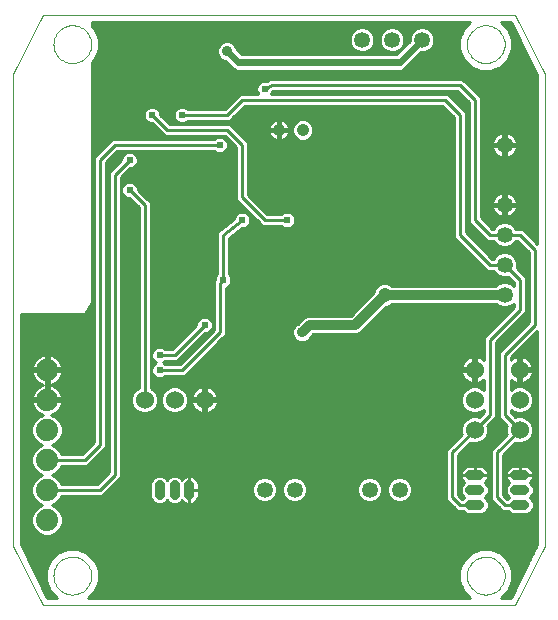
<source format=gbl>
G75*
%MOIN*%
%OFA0B0*%
%FSLAX24Y24*%
%IPPOS*%
%LPD*%
%AMOC8*
5,1,8,0,0,1.08239X$1,22.5*
%
%ADD10C,0.0000*%
%ADD11C,0.0540*%
%ADD12C,0.0531*%
%ADD13C,0.0600*%
%ADD14C,0.0317*%
%ADD15C,0.0413*%
%ADD16C,0.0740*%
%ADD17C,0.0100*%
%ADD18C,0.0240*%
%ADD19C,0.0356*%
%ADD20C,0.0240*%
%ADD21C,0.0472*%
%ADD22C,0.0320*%
D10*
X001699Y000307D02*
X000714Y002276D01*
X000714Y018024D01*
X001699Y019993D01*
X017447Y019993D01*
X018431Y018024D01*
X018431Y002276D01*
X017447Y000307D01*
X001699Y000307D01*
X002053Y001292D02*
X002055Y001342D01*
X002061Y001392D01*
X002071Y001441D01*
X002085Y001489D01*
X002102Y001536D01*
X002123Y001581D01*
X002148Y001625D01*
X002176Y001666D01*
X002208Y001705D01*
X002242Y001742D01*
X002279Y001776D01*
X002319Y001806D01*
X002361Y001833D01*
X002405Y001857D01*
X002451Y001878D01*
X002498Y001894D01*
X002546Y001907D01*
X002596Y001916D01*
X002645Y001921D01*
X002696Y001922D01*
X002746Y001919D01*
X002795Y001912D01*
X002844Y001901D01*
X002892Y001886D01*
X002938Y001868D01*
X002983Y001846D01*
X003026Y001820D01*
X003067Y001791D01*
X003106Y001759D01*
X003142Y001724D01*
X003174Y001686D01*
X003204Y001646D01*
X003231Y001603D01*
X003254Y001559D01*
X003273Y001513D01*
X003289Y001465D01*
X003301Y001416D01*
X003309Y001367D01*
X003313Y001317D01*
X003313Y001267D01*
X003309Y001217D01*
X003301Y001168D01*
X003289Y001119D01*
X003273Y001071D01*
X003254Y001025D01*
X003231Y000981D01*
X003204Y000938D01*
X003174Y000898D01*
X003142Y000860D01*
X003106Y000825D01*
X003067Y000793D01*
X003026Y000764D01*
X002983Y000738D01*
X002938Y000716D01*
X002892Y000698D01*
X002844Y000683D01*
X002795Y000672D01*
X002746Y000665D01*
X002696Y000662D01*
X002645Y000663D01*
X002596Y000668D01*
X002546Y000677D01*
X002498Y000690D01*
X002451Y000706D01*
X002405Y000727D01*
X002361Y000751D01*
X002319Y000778D01*
X002279Y000808D01*
X002242Y000842D01*
X002208Y000879D01*
X002176Y000918D01*
X002148Y000959D01*
X002123Y001003D01*
X002102Y001048D01*
X002085Y001095D01*
X002071Y001143D01*
X002061Y001192D01*
X002055Y001242D01*
X002053Y001292D01*
X015832Y001292D02*
X015834Y001342D01*
X015840Y001392D01*
X015850Y001441D01*
X015864Y001489D01*
X015881Y001536D01*
X015902Y001581D01*
X015927Y001625D01*
X015955Y001666D01*
X015987Y001705D01*
X016021Y001742D01*
X016058Y001776D01*
X016098Y001806D01*
X016140Y001833D01*
X016184Y001857D01*
X016230Y001878D01*
X016277Y001894D01*
X016325Y001907D01*
X016375Y001916D01*
X016424Y001921D01*
X016475Y001922D01*
X016525Y001919D01*
X016574Y001912D01*
X016623Y001901D01*
X016671Y001886D01*
X016717Y001868D01*
X016762Y001846D01*
X016805Y001820D01*
X016846Y001791D01*
X016885Y001759D01*
X016921Y001724D01*
X016953Y001686D01*
X016983Y001646D01*
X017010Y001603D01*
X017033Y001559D01*
X017052Y001513D01*
X017068Y001465D01*
X017080Y001416D01*
X017088Y001367D01*
X017092Y001317D01*
X017092Y001267D01*
X017088Y001217D01*
X017080Y001168D01*
X017068Y001119D01*
X017052Y001071D01*
X017033Y001025D01*
X017010Y000981D01*
X016983Y000938D01*
X016953Y000898D01*
X016921Y000860D01*
X016885Y000825D01*
X016846Y000793D01*
X016805Y000764D01*
X016762Y000738D01*
X016717Y000716D01*
X016671Y000698D01*
X016623Y000683D01*
X016574Y000672D01*
X016525Y000665D01*
X016475Y000662D01*
X016424Y000663D01*
X016375Y000668D01*
X016325Y000677D01*
X016277Y000690D01*
X016230Y000706D01*
X016184Y000727D01*
X016140Y000751D01*
X016098Y000778D01*
X016058Y000808D01*
X016021Y000842D01*
X015987Y000879D01*
X015955Y000918D01*
X015927Y000959D01*
X015902Y001003D01*
X015881Y001048D01*
X015864Y001095D01*
X015850Y001143D01*
X015840Y001192D01*
X015834Y001242D01*
X015832Y001292D01*
X015832Y019008D02*
X015834Y019058D01*
X015840Y019108D01*
X015850Y019157D01*
X015864Y019205D01*
X015881Y019252D01*
X015902Y019297D01*
X015927Y019341D01*
X015955Y019382D01*
X015987Y019421D01*
X016021Y019458D01*
X016058Y019492D01*
X016098Y019522D01*
X016140Y019549D01*
X016184Y019573D01*
X016230Y019594D01*
X016277Y019610D01*
X016325Y019623D01*
X016375Y019632D01*
X016424Y019637D01*
X016475Y019638D01*
X016525Y019635D01*
X016574Y019628D01*
X016623Y019617D01*
X016671Y019602D01*
X016717Y019584D01*
X016762Y019562D01*
X016805Y019536D01*
X016846Y019507D01*
X016885Y019475D01*
X016921Y019440D01*
X016953Y019402D01*
X016983Y019362D01*
X017010Y019319D01*
X017033Y019275D01*
X017052Y019229D01*
X017068Y019181D01*
X017080Y019132D01*
X017088Y019083D01*
X017092Y019033D01*
X017092Y018983D01*
X017088Y018933D01*
X017080Y018884D01*
X017068Y018835D01*
X017052Y018787D01*
X017033Y018741D01*
X017010Y018697D01*
X016983Y018654D01*
X016953Y018614D01*
X016921Y018576D01*
X016885Y018541D01*
X016846Y018509D01*
X016805Y018480D01*
X016762Y018454D01*
X016717Y018432D01*
X016671Y018414D01*
X016623Y018399D01*
X016574Y018388D01*
X016525Y018381D01*
X016475Y018378D01*
X016424Y018379D01*
X016375Y018384D01*
X016325Y018393D01*
X016277Y018406D01*
X016230Y018422D01*
X016184Y018443D01*
X016140Y018467D01*
X016098Y018494D01*
X016058Y018524D01*
X016021Y018558D01*
X015987Y018595D01*
X015955Y018634D01*
X015927Y018675D01*
X015902Y018719D01*
X015881Y018764D01*
X015864Y018811D01*
X015850Y018859D01*
X015840Y018908D01*
X015834Y018958D01*
X015832Y019008D01*
X002053Y019008D02*
X002055Y019058D01*
X002061Y019108D01*
X002071Y019157D01*
X002085Y019205D01*
X002102Y019252D01*
X002123Y019297D01*
X002148Y019341D01*
X002176Y019382D01*
X002208Y019421D01*
X002242Y019458D01*
X002279Y019492D01*
X002319Y019522D01*
X002361Y019549D01*
X002405Y019573D01*
X002451Y019594D01*
X002498Y019610D01*
X002546Y019623D01*
X002596Y019632D01*
X002645Y019637D01*
X002696Y019638D01*
X002746Y019635D01*
X002795Y019628D01*
X002844Y019617D01*
X002892Y019602D01*
X002938Y019584D01*
X002983Y019562D01*
X003026Y019536D01*
X003067Y019507D01*
X003106Y019475D01*
X003142Y019440D01*
X003174Y019402D01*
X003204Y019362D01*
X003231Y019319D01*
X003254Y019275D01*
X003273Y019229D01*
X003289Y019181D01*
X003301Y019132D01*
X003309Y019083D01*
X003313Y019033D01*
X003313Y018983D01*
X003309Y018933D01*
X003301Y018884D01*
X003289Y018835D01*
X003273Y018787D01*
X003254Y018741D01*
X003231Y018697D01*
X003204Y018654D01*
X003174Y018614D01*
X003142Y018576D01*
X003106Y018541D01*
X003067Y018509D01*
X003026Y018480D01*
X002983Y018454D01*
X002938Y018432D01*
X002892Y018414D01*
X002844Y018399D01*
X002795Y018388D01*
X002746Y018381D01*
X002696Y018378D01*
X002645Y018379D01*
X002596Y018384D01*
X002546Y018393D01*
X002498Y018406D01*
X002451Y018422D01*
X002405Y018443D01*
X002361Y018467D01*
X002319Y018494D01*
X002279Y018524D01*
X002242Y018558D01*
X002208Y018595D01*
X002176Y018634D01*
X002148Y018675D01*
X002123Y018719D01*
X002102Y018764D01*
X002085Y018811D01*
X002071Y018859D01*
X002061Y018908D01*
X002055Y018958D01*
X002053Y019008D01*
D11*
X017088Y015650D03*
D12*
X017088Y013650D03*
X017088Y012650D03*
X017088Y011650D03*
X017088Y010650D03*
X013588Y004150D03*
X012588Y004150D03*
X010088Y004150D03*
X009088Y004150D03*
X012338Y019150D03*
X013338Y019150D03*
X014338Y019150D03*
D13*
X016088Y008150D03*
X016088Y007150D03*
X016088Y006150D03*
X017588Y006150D03*
X017588Y007150D03*
X017588Y008150D03*
X007088Y007150D03*
X006088Y007150D03*
X005088Y007150D03*
D14*
X005588Y004308D02*
X005588Y003992D01*
X006088Y003992D02*
X006088Y004308D01*
X006581Y004308D02*
X006581Y003992D01*
X015930Y004150D02*
X016247Y004150D01*
X016247Y004642D02*
X015930Y004642D01*
X015930Y003650D02*
X016247Y003650D01*
X017430Y003650D02*
X017747Y003650D01*
X017747Y004150D02*
X017430Y004150D01*
X017430Y004642D02*
X017747Y004642D01*
D15*
X010357Y016150D03*
X009570Y016150D03*
D16*
X001838Y008150D03*
X001838Y007150D03*
X001838Y006150D03*
X001838Y005150D03*
X001838Y004150D03*
X001838Y003150D03*
D17*
X001803Y001234D02*
X001515Y001234D01*
X001466Y001332D02*
X001803Y001332D01*
X001803Y001431D02*
X001417Y001431D01*
X001367Y001529D02*
X001829Y001529D01*
X001803Y001467D02*
X001803Y001117D01*
X001937Y000793D01*
X002173Y000557D01*
X001853Y000557D01*
X000964Y002335D01*
X000964Y010025D01*
X003088Y010025D01*
X003338Y010400D01*
X003338Y018419D01*
X003429Y018510D01*
X003563Y018833D01*
X003563Y019183D01*
X003429Y019507D01*
X003338Y019597D01*
X003338Y019743D01*
X015952Y019743D01*
X015716Y019507D01*
X015583Y019183D01*
X015583Y018833D01*
X015716Y018510D01*
X015964Y018262D01*
X016287Y018128D01*
X016637Y018128D01*
X016961Y018262D01*
X017208Y018510D01*
X017342Y018833D01*
X017342Y019183D01*
X017208Y019507D01*
X016973Y019743D01*
X017292Y019743D01*
X018181Y017965D01*
X018181Y012340D01*
X017788Y012733D01*
X017671Y012850D01*
X017456Y012850D01*
X017441Y012886D01*
X017324Y013002D01*
X017171Y013066D01*
X017006Y013066D01*
X016853Y013002D01*
X016736Y012886D01*
X016721Y012850D01*
X016671Y012850D01*
X016288Y013233D01*
X016288Y017233D01*
X015671Y017850D01*
X009371Y017850D01*
X009323Y017866D01*
X009291Y017850D01*
X009256Y017850D01*
X009220Y017814D01*
X009164Y017786D01*
X009142Y017795D01*
X009035Y017795D01*
X008935Y017754D01*
X008860Y017678D01*
X008818Y017579D01*
X008818Y017471D01*
X008860Y017372D01*
X008882Y017350D01*
X008256Y017350D01*
X007756Y016850D01*
X006520Y016850D01*
X006491Y016879D01*
X006392Y016920D01*
X006285Y016920D01*
X006185Y016879D01*
X006110Y016803D01*
X006068Y016704D01*
X006068Y016596D01*
X006110Y016497D01*
X006185Y016421D01*
X006285Y016380D01*
X006392Y016380D01*
X006491Y016421D01*
X006520Y016450D01*
X007921Y016450D01*
X008038Y016567D01*
X008421Y016950D01*
X015006Y016950D01*
X015388Y016567D01*
X015388Y012567D01*
X015506Y012450D01*
X016506Y011450D01*
X016721Y011450D01*
X016736Y011414D01*
X016853Y011298D01*
X017006Y011234D01*
X017171Y011234D01*
X017207Y011249D01*
X017388Y011067D01*
X017388Y010938D01*
X017324Y011002D01*
X017171Y011066D01*
X017006Y011066D01*
X016853Y011002D01*
X016810Y010960D01*
X013325Y010960D01*
X013307Y010977D01*
X013165Y011036D01*
X013012Y011036D01*
X012870Y010977D01*
X012761Y010869D01*
X012702Y010727D01*
X012702Y010702D01*
X011960Y009960D01*
X010527Y009960D01*
X010413Y009913D01*
X010196Y009696D01*
X010153Y009678D01*
X010060Y009586D01*
X010010Y009465D01*
X010010Y009335D01*
X010060Y009214D01*
X010153Y009122D01*
X010273Y009072D01*
X010404Y009072D01*
X010524Y009122D01*
X010617Y009214D01*
X010635Y009258D01*
X010717Y009340D01*
X012150Y009340D01*
X012264Y009387D01*
X013141Y010264D01*
X013165Y010264D01*
X013307Y010323D01*
X013325Y010340D01*
X016810Y010340D01*
X016853Y010298D01*
X017006Y010234D01*
X017171Y010234D01*
X017324Y010298D01*
X017388Y010362D01*
X017388Y010233D01*
X016388Y009233D01*
X016388Y008486D01*
X016382Y008493D01*
X016324Y008535D01*
X016261Y008567D01*
X016194Y008589D01*
X016138Y008598D01*
X016138Y008200D01*
X016038Y008200D01*
X016038Y008100D01*
X015641Y008100D01*
X015650Y008045D01*
X015671Y007977D01*
X015704Y007914D01*
X015745Y007857D01*
X015795Y007807D01*
X015853Y007765D01*
X015916Y007733D01*
X015983Y007711D01*
X016038Y007702D01*
X016038Y008100D01*
X016138Y008100D01*
X016138Y007702D01*
X016194Y007711D01*
X016261Y007733D01*
X016324Y007765D01*
X016382Y007807D01*
X016388Y007814D01*
X016388Y007486D01*
X016343Y007531D01*
X016178Y007600D01*
X015999Y007600D01*
X015834Y007531D01*
X015707Y007405D01*
X015638Y007240D01*
X015638Y007060D01*
X015707Y006895D01*
X015834Y006769D01*
X015999Y006700D01*
X016178Y006700D01*
X016343Y006769D01*
X016388Y006814D01*
X016388Y006733D01*
X016233Y006577D01*
X016178Y006600D01*
X015999Y006600D01*
X015834Y006531D01*
X015707Y006405D01*
X015638Y006240D01*
X015638Y006060D01*
X015639Y006060D02*
X004288Y006060D01*
X004288Y005962D02*
X015617Y005962D01*
X015661Y006006D02*
X015256Y005600D01*
X015138Y005483D01*
X015138Y003817D01*
X015388Y003567D01*
X015506Y003450D01*
X015694Y003450D01*
X015755Y003389D01*
X015869Y003342D01*
X016308Y003342D01*
X016422Y003389D01*
X016508Y003475D01*
X016555Y003589D01*
X016555Y003711D01*
X016508Y003825D01*
X016433Y003900D01*
X016508Y003975D01*
X016555Y004089D01*
X016555Y004211D01*
X016508Y004325D01*
X016436Y004397D01*
X016443Y004403D01*
X016486Y004446D01*
X016520Y004496D01*
X016543Y004552D01*
X016555Y004612D01*
X016555Y004642D01*
X016088Y004642D01*
X015622Y004642D01*
X015622Y004612D01*
X015633Y004552D01*
X015657Y004496D01*
X015690Y004446D01*
X015733Y004403D01*
X015741Y004397D01*
X015669Y004325D01*
X015622Y004211D01*
X015622Y004089D01*
X015669Y003975D01*
X015744Y003900D01*
X015694Y003850D01*
X015671Y003850D01*
X015538Y003983D01*
X015538Y005317D01*
X015944Y005723D01*
X015999Y005700D01*
X016178Y005700D01*
X016343Y005769D01*
X016470Y005895D01*
X016538Y006060D01*
X017139Y006060D01*
X017138Y006060D02*
X017161Y006006D01*
X016756Y005600D01*
X016638Y005483D01*
X016638Y003817D01*
X016888Y003567D01*
X017006Y003450D01*
X017194Y003450D01*
X017255Y003389D01*
X017369Y003342D01*
X017808Y003342D01*
X017922Y003389D01*
X018008Y003475D01*
X018055Y003589D01*
X018055Y003711D01*
X018008Y003825D01*
X017933Y003900D01*
X018008Y003975D01*
X018055Y004089D01*
X018055Y004211D01*
X018008Y004325D01*
X017936Y004397D01*
X017943Y004403D01*
X017986Y004446D01*
X018020Y004496D01*
X018043Y004552D01*
X018055Y004612D01*
X018055Y004642D01*
X017588Y004642D01*
X017122Y004642D01*
X017122Y004612D01*
X017133Y004552D01*
X017157Y004496D01*
X017190Y004446D01*
X017233Y004403D01*
X017241Y004397D01*
X017169Y004325D01*
X017122Y004211D01*
X017122Y004089D01*
X017169Y003975D01*
X017244Y003900D01*
X017194Y003850D01*
X017171Y003850D01*
X017038Y003983D01*
X017038Y005317D01*
X017444Y005723D01*
X017499Y005700D01*
X017678Y005700D01*
X017843Y005769D01*
X017970Y005895D01*
X018038Y006060D01*
X018181Y006060D01*
X018181Y005962D02*
X017997Y005962D01*
X018038Y006060D02*
X018038Y006240D01*
X017970Y006405D01*
X017843Y006531D01*
X017678Y006600D01*
X017499Y006600D01*
X017444Y006577D01*
X017288Y006733D01*
X017288Y006814D01*
X017334Y006769D01*
X017499Y006700D01*
X017678Y006700D01*
X017843Y006769D01*
X017970Y006895D01*
X018038Y007060D01*
X018038Y007240D01*
X017970Y007405D01*
X017843Y007531D01*
X017678Y007600D01*
X017499Y007600D01*
X017334Y007531D01*
X017288Y007486D01*
X017288Y007814D01*
X017295Y007807D01*
X017353Y007765D01*
X017416Y007733D01*
X017483Y007711D01*
X017538Y007702D01*
X017538Y008100D01*
X017638Y008100D01*
X017638Y007702D01*
X017694Y007711D01*
X017761Y007733D01*
X017824Y007765D01*
X017882Y007807D01*
X017932Y007857D01*
X017973Y007914D01*
X018005Y007977D01*
X018027Y008045D01*
X018036Y008100D01*
X017638Y008100D01*
X017638Y008200D01*
X017538Y008200D01*
X017538Y008598D01*
X017483Y008589D01*
X017416Y008567D01*
X017353Y008535D01*
X017295Y008493D01*
X017288Y008486D01*
X017288Y008567D01*
X018171Y009450D01*
X018181Y009460D01*
X018181Y002335D01*
X017292Y000557D01*
X016973Y000557D01*
X017208Y000793D01*
X017342Y001117D01*
X017342Y001467D01*
X017208Y001790D01*
X016961Y002038D01*
X016637Y002172D01*
X016287Y002172D01*
X015964Y002038D01*
X015716Y001790D01*
X015583Y001467D01*
X015583Y001117D01*
X015716Y000793D01*
X015952Y000557D01*
X003193Y000557D01*
X003429Y000793D01*
X003563Y001117D01*
X003563Y001467D01*
X003429Y001790D01*
X003181Y002038D01*
X002858Y002172D01*
X002508Y002172D01*
X002184Y002038D01*
X001937Y001790D01*
X001803Y001467D01*
X001870Y001628D02*
X001318Y001628D01*
X001269Y001726D02*
X001910Y001726D01*
X001971Y001825D02*
X001220Y001825D01*
X001170Y001923D02*
X002070Y001923D01*
X002168Y002022D02*
X001121Y002022D01*
X001072Y002120D02*
X002383Y002120D01*
X002133Y002709D02*
X001942Y002630D01*
X001735Y002630D01*
X001544Y002709D01*
X001398Y002855D01*
X001318Y003047D01*
X001318Y003253D01*
X001398Y003445D01*
X001544Y003591D01*
X001687Y003650D01*
X001544Y003709D01*
X001398Y003855D01*
X001318Y004047D01*
X001318Y004253D01*
X001398Y004445D01*
X001544Y004591D01*
X001687Y004650D01*
X001544Y004709D01*
X001398Y004855D01*
X001318Y005047D01*
X001318Y005253D01*
X001398Y005445D01*
X001544Y005591D01*
X001687Y005650D01*
X001544Y005709D01*
X001398Y005855D01*
X001318Y006047D01*
X001318Y006253D01*
X001398Y006445D01*
X001544Y006591D01*
X001690Y006651D01*
X001639Y006668D01*
X001566Y006705D01*
X001500Y006753D01*
X001442Y006811D01*
X001394Y006877D01*
X001357Y006950D01*
X001331Y007028D01*
X001320Y007100D01*
X001788Y007100D01*
X001788Y007200D01*
X001320Y007200D01*
X001331Y007272D01*
X001357Y007350D01*
X001394Y007423D01*
X001442Y007489D01*
X001500Y007547D01*
X001566Y007595D01*
X001639Y007632D01*
X001695Y007650D01*
X001639Y007668D01*
X001566Y007705D01*
X001500Y007753D01*
X001442Y007811D01*
X001394Y007877D01*
X001357Y007950D01*
X001331Y008028D01*
X001320Y008100D01*
X001788Y008100D01*
X001788Y008200D01*
X001320Y008200D01*
X001331Y008272D01*
X001357Y008350D01*
X001394Y008423D01*
X001442Y008489D01*
X001500Y008547D01*
X001566Y008595D01*
X001639Y008632D01*
X001717Y008657D01*
X001788Y008669D01*
X001788Y008200D01*
X001888Y008200D01*
X001888Y008669D01*
X001960Y008657D01*
X002038Y008632D01*
X002111Y008595D01*
X002177Y008547D01*
X002235Y008489D01*
X002283Y008423D01*
X002320Y008350D01*
X002346Y008272D01*
X002357Y008200D01*
X001888Y008200D01*
X001888Y008100D01*
X001888Y007631D01*
X001888Y007200D01*
X001788Y007200D01*
X001788Y008100D01*
X001888Y008100D01*
X002357Y008100D01*
X002346Y008028D01*
X002320Y007950D01*
X002283Y007877D01*
X002235Y007811D01*
X002177Y007753D01*
X002111Y007705D01*
X002038Y007668D01*
X001982Y007650D01*
X002038Y007632D01*
X002111Y007595D01*
X002177Y007547D01*
X002235Y007489D01*
X002283Y007423D01*
X002320Y007350D01*
X002346Y007272D01*
X002357Y007200D01*
X001888Y007200D01*
X001888Y007100D01*
X002357Y007100D01*
X002346Y007028D01*
X002320Y006950D01*
X002283Y006877D01*
X002235Y006811D01*
X002177Y006753D01*
X002111Y006705D01*
X002038Y006668D01*
X001987Y006651D01*
X002133Y006591D01*
X002279Y006445D01*
X002358Y006253D01*
X002358Y006047D01*
X002279Y005855D01*
X002133Y005709D01*
X001990Y005650D01*
X002133Y005591D01*
X002279Y005445D01*
X002318Y005350D01*
X003006Y005350D01*
X003388Y005733D01*
X003388Y015233D01*
X003888Y015733D01*
X004006Y015850D01*
X007407Y015850D01*
X007435Y015879D01*
X007535Y015920D01*
X007642Y015920D01*
X007741Y015879D01*
X007817Y015803D01*
X007858Y015704D01*
X007858Y015596D01*
X007817Y015497D01*
X007741Y015421D01*
X007642Y015380D01*
X007535Y015380D01*
X007435Y015421D01*
X007407Y015450D01*
X004171Y015450D01*
X003788Y015067D01*
X003788Y005567D01*
X003671Y005450D01*
X003171Y004950D01*
X002318Y004950D01*
X002279Y004855D01*
X002133Y004709D01*
X001990Y004650D01*
X002133Y004591D01*
X002279Y004445D01*
X002318Y004350D01*
X003506Y004350D01*
X003888Y004733D01*
X003888Y014733D01*
X004318Y015163D01*
X004318Y015204D01*
X004360Y015303D01*
X004435Y015379D01*
X004535Y015420D01*
X004642Y015420D01*
X004741Y015379D01*
X004817Y015303D01*
X004858Y015204D01*
X004858Y015096D01*
X004817Y014997D01*
X004741Y014921D01*
X004642Y014880D01*
X004601Y014880D01*
X004288Y014567D01*
X004288Y004567D01*
X004171Y004450D01*
X003671Y003950D01*
X002318Y003950D01*
X002279Y003855D01*
X002133Y003709D01*
X001990Y003650D01*
X002133Y003591D01*
X002279Y003445D01*
X002358Y003253D01*
X002358Y003047D01*
X002279Y002855D01*
X002133Y002709D01*
X002135Y002711D02*
X018181Y002711D01*
X018181Y002613D02*
X000964Y002613D01*
X000964Y002711D02*
X001542Y002711D01*
X001444Y002810D02*
X000964Y002810D01*
X000964Y002908D02*
X001376Y002908D01*
X001335Y003007D02*
X000964Y003007D01*
X000964Y003105D02*
X001318Y003105D01*
X001318Y003204D02*
X000964Y003204D01*
X000964Y003302D02*
X001339Y003302D01*
X001379Y003401D02*
X000964Y003401D01*
X000964Y003499D02*
X001452Y003499D01*
X001560Y003598D02*
X000964Y003598D01*
X000964Y003696D02*
X001576Y003696D01*
X001459Y003795D02*
X000964Y003795D01*
X000964Y003893D02*
X001382Y003893D01*
X001341Y003992D02*
X000964Y003992D01*
X000964Y004090D02*
X001318Y004090D01*
X001318Y004189D02*
X000964Y004189D01*
X000964Y004287D02*
X001332Y004287D01*
X001373Y004386D02*
X000964Y004386D01*
X000964Y004484D02*
X001437Y004484D01*
X001536Y004583D02*
X000964Y004583D01*
X000964Y004681D02*
X001612Y004681D01*
X001474Y004780D02*
X000964Y004780D01*
X000964Y004878D02*
X001388Y004878D01*
X001347Y004977D02*
X000964Y004977D01*
X000964Y005075D02*
X001318Y005075D01*
X001318Y005174D02*
X000964Y005174D01*
X000964Y005272D02*
X001326Y005272D01*
X001367Y005371D02*
X000964Y005371D01*
X000964Y005469D02*
X001422Y005469D01*
X001521Y005568D02*
X000964Y005568D01*
X000964Y005666D02*
X001648Y005666D01*
X001489Y005765D02*
X000964Y005765D01*
X000964Y005863D02*
X001394Y005863D01*
X001354Y005962D02*
X000964Y005962D01*
X000964Y006060D02*
X001318Y006060D01*
X001318Y006159D02*
X000964Y006159D01*
X000964Y006257D02*
X001320Y006257D01*
X001361Y006356D02*
X000964Y006356D01*
X000964Y006454D02*
X001407Y006454D01*
X001506Y006553D02*
X000964Y006553D01*
X000964Y006651D02*
X001689Y006651D01*
X001505Y006750D02*
X000964Y006750D01*
X000964Y006848D02*
X001415Y006848D01*
X001359Y006947D02*
X000964Y006947D01*
X000964Y007045D02*
X001329Y007045D01*
X001327Y007242D02*
X000964Y007242D01*
X000964Y007144D02*
X001788Y007144D01*
X001788Y007242D02*
X001888Y007242D01*
X001888Y007144D02*
X003388Y007144D01*
X003388Y007242D02*
X002350Y007242D01*
X002323Y007341D02*
X003388Y007341D01*
X003388Y007439D02*
X002271Y007439D01*
X002186Y007538D02*
X003388Y007538D01*
X003388Y007636D02*
X002025Y007636D01*
X001888Y007636D02*
X001788Y007636D01*
X001788Y007538D02*
X001888Y007538D01*
X001888Y007439D02*
X001788Y007439D01*
X001788Y007341D02*
X001888Y007341D01*
X001651Y007636D02*
X000964Y007636D01*
X000964Y007538D02*
X001491Y007538D01*
X001406Y007439D02*
X000964Y007439D01*
X000964Y007341D02*
X001354Y007341D01*
X001526Y007735D02*
X000964Y007735D01*
X000964Y007833D02*
X001426Y007833D01*
X001366Y007932D02*
X000964Y007932D01*
X000964Y008030D02*
X001331Y008030D01*
X001324Y008227D02*
X000964Y008227D01*
X000964Y008129D02*
X001788Y008129D01*
X001788Y008227D02*
X001888Y008227D01*
X001888Y008129D02*
X003388Y008129D01*
X003388Y008227D02*
X002353Y008227D01*
X002328Y008326D02*
X003388Y008326D01*
X003388Y008424D02*
X002282Y008424D01*
X002201Y008523D02*
X003388Y008523D01*
X003388Y008621D02*
X002059Y008621D01*
X001888Y008621D02*
X001788Y008621D01*
X001788Y008523D02*
X001888Y008523D01*
X001888Y008424D02*
X001788Y008424D01*
X001788Y008326D02*
X001888Y008326D01*
X001617Y008621D02*
X000964Y008621D01*
X000964Y008523D02*
X001476Y008523D01*
X001395Y008424D02*
X000964Y008424D01*
X000964Y008326D02*
X001349Y008326D01*
X001788Y008030D02*
X001888Y008030D01*
X001888Y007932D02*
X001788Y007932D01*
X001788Y007833D02*
X001888Y007833D01*
X001888Y007735D02*
X001788Y007735D01*
X002151Y007735D02*
X003388Y007735D01*
X003388Y007833D02*
X002251Y007833D01*
X002311Y007932D02*
X003388Y007932D01*
X003388Y008030D02*
X002346Y008030D01*
X002348Y007045D02*
X003388Y007045D01*
X003388Y006947D02*
X002318Y006947D01*
X002262Y006848D02*
X003388Y006848D01*
X003388Y006750D02*
X002172Y006750D01*
X002171Y006553D02*
X003388Y006553D01*
X003388Y006651D02*
X001988Y006651D01*
X002270Y006454D02*
X003388Y006454D01*
X003388Y006356D02*
X002316Y006356D01*
X002357Y006257D02*
X003388Y006257D01*
X003388Y006159D02*
X002358Y006159D01*
X002358Y006060D02*
X003388Y006060D01*
X003388Y005962D02*
X002323Y005962D01*
X002282Y005863D02*
X003388Y005863D01*
X003388Y005765D02*
X002188Y005765D01*
X002029Y005666D02*
X003322Y005666D01*
X003223Y005568D02*
X002156Y005568D01*
X002255Y005469D02*
X003125Y005469D01*
X003026Y005371D02*
X002310Y005371D01*
X002289Y004878D02*
X003888Y004878D01*
X003888Y004780D02*
X002203Y004780D01*
X002065Y004681D02*
X003837Y004681D01*
X003738Y004583D02*
X002141Y004583D01*
X002240Y004484D02*
X003640Y004484D01*
X003541Y004386D02*
X002304Y004386D01*
X002295Y003893D02*
X005295Y003893D01*
X005280Y003930D02*
X005327Y003817D01*
X005414Y003730D01*
X005527Y003683D01*
X005650Y003683D01*
X005763Y003730D01*
X005838Y003805D01*
X005914Y003730D01*
X006027Y003683D01*
X006150Y003683D01*
X006263Y003730D01*
X006336Y003803D01*
X006341Y003795D01*
X006384Y003752D01*
X006434Y003718D01*
X006491Y003695D01*
X006550Y003683D01*
X006581Y003683D01*
X006611Y003683D01*
X006671Y003695D01*
X006727Y003718D01*
X006777Y003752D01*
X006820Y003795D01*
X006854Y003845D01*
X006877Y003902D01*
X006889Y003961D01*
X006889Y004150D01*
X006889Y004339D01*
X006877Y004398D01*
X006854Y004455D01*
X006820Y004505D01*
X006777Y004548D01*
X006727Y004582D01*
X006671Y004605D01*
X006611Y004617D01*
X006581Y004617D01*
X006581Y004150D01*
X006889Y004150D01*
X006581Y004150D01*
X006581Y004150D01*
X006581Y004150D01*
X006581Y003683D01*
X006581Y004150D01*
X006581Y004150D01*
X006581Y004617D01*
X006550Y004617D01*
X006491Y004605D01*
X006434Y004582D01*
X006384Y004548D01*
X006341Y004505D01*
X006336Y004497D01*
X006263Y004570D01*
X006150Y004617D01*
X006027Y004617D01*
X005914Y004570D01*
X005838Y004495D01*
X005763Y004570D01*
X005650Y004617D01*
X005527Y004617D01*
X005414Y004570D01*
X005327Y004483D01*
X005280Y004370D01*
X005280Y003930D01*
X005280Y003992D02*
X003713Y003992D01*
X003811Y004090D02*
X005280Y004090D01*
X005280Y004189D02*
X003910Y004189D01*
X004008Y004287D02*
X005280Y004287D01*
X005287Y004386D02*
X004107Y004386D01*
X004205Y004484D02*
X005328Y004484D01*
X005444Y004583D02*
X004288Y004583D01*
X004288Y004681D02*
X015138Y004681D01*
X015138Y004583D02*
X006725Y004583D01*
X006581Y004583D02*
X006581Y004583D01*
X006581Y004484D02*
X006581Y004484D01*
X006581Y004386D02*
X006581Y004386D01*
X006581Y004287D02*
X006581Y004287D01*
X006581Y004189D02*
X006581Y004189D01*
X006581Y004090D02*
X006581Y004090D01*
X006581Y003992D02*
X006581Y003992D01*
X006581Y003893D02*
X006581Y003893D01*
X006581Y003795D02*
X006581Y003795D01*
X006581Y003696D02*
X006581Y003696D01*
X006673Y003696D02*
X015260Y003696D01*
X015358Y003598D02*
X002117Y003598D01*
X002101Y003696D02*
X005496Y003696D01*
X005349Y003795D02*
X002218Y003795D01*
X002225Y003499D02*
X015457Y003499D01*
X015588Y003650D02*
X016088Y003650D01*
X015743Y003401D02*
X002298Y003401D01*
X002338Y003302D02*
X018181Y003302D01*
X018181Y003204D02*
X002358Y003204D01*
X002358Y003105D02*
X018181Y003105D01*
X018181Y003007D02*
X002342Y003007D01*
X002301Y002908D02*
X018181Y002908D01*
X018181Y002810D02*
X002233Y002810D01*
X002983Y002120D02*
X016163Y002120D01*
X015948Y002022D02*
X003198Y002022D01*
X003296Y001923D02*
X015849Y001923D01*
X015751Y001825D02*
X003395Y001825D01*
X003455Y001726D02*
X015690Y001726D01*
X015649Y001628D02*
X003496Y001628D01*
X003537Y001529D02*
X015608Y001529D01*
X015583Y001431D02*
X003563Y001431D01*
X003563Y001332D02*
X015583Y001332D01*
X015583Y001234D02*
X003563Y001234D01*
X003563Y001135D02*
X015583Y001135D01*
X015616Y001037D02*
X003530Y001037D01*
X003489Y000938D02*
X015657Y000938D01*
X015697Y000840D02*
X003448Y000840D01*
X003377Y000741D02*
X015769Y000741D01*
X015867Y000643D02*
X003278Y000643D01*
X002088Y000643D02*
X001811Y000643D01*
X001761Y000741D02*
X001989Y000741D01*
X001918Y000840D02*
X001712Y000840D01*
X001663Y000938D02*
X001877Y000938D01*
X001836Y001037D02*
X001614Y001037D01*
X001564Y001135D02*
X001803Y001135D01*
X001023Y002219D02*
X018123Y002219D01*
X018172Y002317D02*
X000973Y002317D01*
X000964Y002416D02*
X018181Y002416D01*
X018181Y002514D02*
X000964Y002514D01*
X001838Y004150D02*
X003588Y004150D01*
X004088Y004650D01*
X004088Y014650D01*
X004588Y015150D01*
X004376Y015319D02*
X004040Y015319D01*
X003942Y015221D02*
X004325Y015221D01*
X004278Y015122D02*
X003843Y015122D01*
X003788Y015024D02*
X004179Y015024D01*
X004081Y014925D02*
X003788Y014925D01*
X003788Y014827D02*
X003982Y014827D01*
X003888Y014728D02*
X003788Y014728D01*
X003788Y014630D02*
X003888Y014630D01*
X003888Y014531D02*
X003788Y014531D01*
X003788Y014433D02*
X003888Y014433D01*
X003888Y014334D02*
X003788Y014334D01*
X003788Y014236D02*
X003888Y014236D01*
X003888Y014137D02*
X003788Y014137D01*
X003788Y014039D02*
X003888Y014039D01*
X003888Y013940D02*
X003788Y013940D01*
X003788Y013842D02*
X003888Y013842D01*
X003888Y013743D02*
X003788Y013743D01*
X003788Y013645D02*
X003888Y013645D01*
X003888Y013546D02*
X003788Y013546D01*
X003788Y013448D02*
X003888Y013448D01*
X003888Y013349D02*
X003788Y013349D01*
X003788Y013251D02*
X003888Y013251D01*
X003888Y013152D02*
X003788Y013152D01*
X003788Y013054D02*
X003888Y013054D01*
X003888Y012955D02*
X003788Y012955D01*
X003788Y012857D02*
X003888Y012857D01*
X003888Y012758D02*
X003788Y012758D01*
X003788Y012660D02*
X003888Y012660D01*
X003888Y012561D02*
X003788Y012561D01*
X003788Y012463D02*
X003888Y012463D01*
X003888Y012364D02*
X003788Y012364D01*
X003788Y012266D02*
X003888Y012266D01*
X003888Y012167D02*
X003788Y012167D01*
X003788Y012069D02*
X003888Y012069D01*
X003888Y011970D02*
X003788Y011970D01*
X003788Y011872D02*
X003888Y011872D01*
X003888Y011773D02*
X003788Y011773D01*
X003788Y011675D02*
X003888Y011675D01*
X003888Y011576D02*
X003788Y011576D01*
X003788Y011478D02*
X003888Y011478D01*
X003888Y011379D02*
X003788Y011379D01*
X003788Y011281D02*
X003888Y011281D01*
X003888Y011182D02*
X003788Y011182D01*
X003788Y011084D02*
X003888Y011084D01*
X003888Y010985D02*
X003788Y010985D01*
X003788Y010887D02*
X003888Y010887D01*
X003888Y010788D02*
X003788Y010788D01*
X003788Y010690D02*
X003888Y010690D01*
X003888Y010591D02*
X003788Y010591D01*
X003788Y010493D02*
X003888Y010493D01*
X003888Y010394D02*
X003788Y010394D01*
X003788Y010296D02*
X003888Y010296D01*
X003888Y010197D02*
X003788Y010197D01*
X003788Y010099D02*
X003888Y010099D01*
X003888Y010000D02*
X003788Y010000D01*
X003788Y009902D02*
X003888Y009902D01*
X003888Y009803D02*
X003788Y009803D01*
X003788Y009705D02*
X003888Y009705D01*
X003888Y009606D02*
X003788Y009606D01*
X003788Y009508D02*
X003888Y009508D01*
X003888Y009409D02*
X003788Y009409D01*
X003788Y009311D02*
X003888Y009311D01*
X003888Y009212D02*
X003788Y009212D01*
X003788Y009114D02*
X003888Y009114D01*
X003888Y009015D02*
X003788Y009015D01*
X003788Y008917D02*
X003888Y008917D01*
X003888Y008818D02*
X003788Y008818D01*
X003788Y008720D02*
X003888Y008720D01*
X003888Y008621D02*
X003788Y008621D01*
X003788Y008523D02*
X003888Y008523D01*
X003888Y008424D02*
X003788Y008424D01*
X003788Y008326D02*
X003888Y008326D01*
X003888Y008227D02*
X003788Y008227D01*
X003788Y008129D02*
X003888Y008129D01*
X003888Y008030D02*
X003788Y008030D01*
X003788Y007932D02*
X003888Y007932D01*
X003888Y007833D02*
X003788Y007833D01*
X003788Y007735D02*
X003888Y007735D01*
X003888Y007636D02*
X003788Y007636D01*
X003788Y007538D02*
X003888Y007538D01*
X003888Y007439D02*
X003788Y007439D01*
X003788Y007341D02*
X003888Y007341D01*
X003888Y007242D02*
X003788Y007242D01*
X003788Y007144D02*
X003888Y007144D01*
X003888Y007045D02*
X003788Y007045D01*
X003788Y006947D02*
X003888Y006947D01*
X003888Y006848D02*
X003788Y006848D01*
X003788Y006750D02*
X003888Y006750D01*
X003888Y006651D02*
X003788Y006651D01*
X003788Y006553D02*
X003888Y006553D01*
X003888Y006454D02*
X003788Y006454D01*
X003788Y006356D02*
X003888Y006356D01*
X003888Y006257D02*
X003788Y006257D01*
X003788Y006159D02*
X003888Y006159D01*
X003888Y006060D02*
X003788Y006060D01*
X003788Y005962D02*
X003888Y005962D01*
X003888Y005863D02*
X003788Y005863D01*
X003788Y005765D02*
X003888Y005765D01*
X003888Y005666D02*
X003788Y005666D01*
X003788Y005568D02*
X003888Y005568D01*
X003888Y005469D02*
X003690Y005469D01*
X003592Y005371D02*
X003888Y005371D01*
X003888Y005272D02*
X003493Y005272D01*
X003395Y005174D02*
X003888Y005174D01*
X003888Y005075D02*
X003296Y005075D01*
X003198Y004977D02*
X003888Y004977D01*
X004288Y004977D02*
X015138Y004977D01*
X015138Y005075D02*
X004288Y005075D01*
X004288Y005174D02*
X015138Y005174D01*
X015138Y005272D02*
X004288Y005272D01*
X004288Y005371D02*
X015138Y005371D01*
X015138Y005469D02*
X004288Y005469D01*
X004288Y005568D02*
X015223Y005568D01*
X015322Y005666D02*
X004288Y005666D01*
X004288Y005765D02*
X015420Y005765D01*
X015519Y005863D02*
X004288Y005863D01*
X004288Y006159D02*
X015638Y006159D01*
X015646Y006257D02*
X004288Y006257D01*
X004288Y006356D02*
X015686Y006356D01*
X015756Y006454D02*
X004288Y006454D01*
X004288Y006553D02*
X015884Y006553D01*
X015879Y006750D02*
X007294Y006750D01*
X007324Y006765D02*
X007382Y006807D01*
X007432Y006857D01*
X007473Y006914D01*
X007505Y006977D01*
X007527Y007045D01*
X015645Y007045D01*
X015638Y007144D02*
X007138Y007144D01*
X007138Y007100D02*
X007138Y007200D01*
X007038Y007200D01*
X007038Y007100D01*
X006641Y007100D01*
X006650Y007045D01*
X006649Y007045D02*
X006532Y007045D01*
X006538Y007060D02*
X006470Y006895D01*
X006343Y006769D01*
X006178Y006700D01*
X005999Y006700D01*
X005834Y006769D01*
X005707Y006895D01*
X005638Y007060D01*
X005638Y007240D01*
X005707Y007405D01*
X005834Y007531D01*
X005999Y007600D01*
X006178Y007600D01*
X006343Y007531D01*
X006470Y007405D01*
X006538Y007240D01*
X006538Y007060D01*
X006538Y007144D02*
X007038Y007144D01*
X007038Y007100D02*
X007138Y007100D01*
X007138Y006702D01*
X007194Y006711D01*
X007261Y006733D01*
X007324Y006765D01*
X007423Y006848D02*
X015754Y006848D01*
X015686Y006947D02*
X007490Y006947D01*
X007527Y007045D02*
X007536Y007100D01*
X007138Y007100D01*
X007138Y007045D02*
X007038Y007045D01*
X007038Y007100D02*
X007038Y006702D01*
X006983Y006711D01*
X006916Y006733D01*
X006853Y006765D01*
X006795Y006807D01*
X006745Y006857D01*
X006704Y006914D01*
X006671Y006977D01*
X006650Y007045D01*
X006687Y006947D02*
X006491Y006947D01*
X006423Y006848D02*
X006754Y006848D01*
X006883Y006750D02*
X006297Y006750D01*
X006641Y007200D02*
X007038Y007200D01*
X007038Y007598D01*
X006983Y007589D01*
X006916Y007567D01*
X006853Y007535D01*
X006795Y007493D01*
X006745Y007443D01*
X006704Y007386D01*
X006671Y007323D01*
X006650Y007255D01*
X006641Y007200D01*
X006647Y007242D02*
X006537Y007242D01*
X006497Y007341D02*
X006680Y007341D01*
X006742Y007439D02*
X006436Y007439D01*
X006329Y007538D02*
X006858Y007538D01*
X007038Y007538D02*
X007138Y007538D01*
X007138Y007598D02*
X007138Y007200D01*
X007536Y007200D01*
X007527Y007255D01*
X007505Y007323D01*
X007473Y007386D01*
X007432Y007443D01*
X007382Y007493D01*
X007324Y007535D01*
X007261Y007567D01*
X007194Y007589D01*
X007138Y007598D01*
X007138Y007439D02*
X007038Y007439D01*
X007038Y007341D02*
X007138Y007341D01*
X007138Y007242D02*
X007038Y007242D01*
X007319Y007538D02*
X015848Y007538D01*
X015741Y007439D02*
X007435Y007439D01*
X007496Y007341D02*
X015680Y007341D01*
X015639Y007242D02*
X007529Y007242D01*
X007138Y006947D02*
X007038Y006947D01*
X007038Y006848D02*
X007138Y006848D01*
X007138Y006750D02*
X007038Y006750D01*
X006421Y007950D02*
X007671Y009200D01*
X007788Y009317D01*
X007788Y010889D01*
X007866Y010921D01*
X007942Y010997D01*
X007983Y011096D01*
X007983Y011204D01*
X007942Y011303D01*
X007913Y011332D01*
X007913Y012554D01*
X008321Y012880D01*
X008392Y012880D01*
X008491Y012921D01*
X008567Y012997D01*
X008608Y013096D01*
X008608Y013204D01*
X008567Y013303D01*
X008491Y013379D01*
X008392Y013420D01*
X008285Y013420D01*
X008185Y013379D01*
X008110Y013303D01*
X008068Y013204D01*
X008068Y013190D01*
X007643Y012850D01*
X007631Y012850D01*
X007580Y012799D01*
X007524Y012754D01*
X007522Y012742D01*
X007513Y012733D01*
X007513Y012661D01*
X007506Y012590D01*
X007513Y012580D01*
X007513Y011332D01*
X007485Y011303D01*
X007443Y011204D01*
X007443Y011163D01*
X007388Y011108D01*
X007388Y009483D01*
X006256Y008350D01*
X005770Y008350D01*
X005741Y008379D01*
X005690Y008400D01*
X005741Y008421D01*
X005770Y008450D01*
X006171Y008450D01*
X007101Y009380D01*
X007142Y009380D01*
X007241Y009421D01*
X007317Y009497D01*
X007358Y009596D01*
X007358Y009704D01*
X007317Y009803D01*
X007388Y009803D01*
X007317Y009803D02*
X007241Y009879D01*
X007142Y009920D01*
X007035Y009920D01*
X006935Y009879D01*
X006860Y009803D01*
X005288Y009803D01*
X005288Y009705D02*
X006819Y009705D01*
X006818Y009704D02*
X006818Y009663D01*
X006006Y008850D01*
X005770Y008850D01*
X005741Y008879D01*
X005642Y008920D01*
X005535Y008920D01*
X005435Y008879D01*
X005360Y008803D01*
X005318Y008704D01*
X005318Y008596D01*
X005360Y008497D01*
X005435Y008421D01*
X005486Y008400D01*
X005435Y008379D01*
X005360Y008303D01*
X005318Y008204D01*
X005318Y008096D01*
X005360Y007997D01*
X005435Y007921D01*
X005535Y007880D01*
X005642Y007880D01*
X005741Y007921D01*
X005770Y007950D01*
X006421Y007950D01*
X006501Y008030D02*
X015654Y008030D01*
X015695Y007932D02*
X005752Y007932D01*
X005588Y008150D02*
X006338Y008150D01*
X007588Y009400D01*
X007588Y011025D01*
X007713Y011150D01*
X007713Y012650D01*
X008338Y013150D01*
X008088Y013251D02*
X005288Y013251D01*
X005288Y013349D02*
X008156Y013349D01*
X008021Y013152D02*
X005288Y013152D01*
X005288Y013054D02*
X007898Y013054D01*
X007775Y012955D02*
X005288Y012955D01*
X005288Y012857D02*
X007651Y012857D01*
X007528Y012758D02*
X005288Y012758D01*
X005288Y012660D02*
X007513Y012660D01*
X007513Y012561D02*
X005288Y012561D01*
X005288Y012463D02*
X007513Y012463D01*
X007513Y012364D02*
X005288Y012364D01*
X005288Y012266D02*
X007513Y012266D01*
X007513Y012167D02*
X005288Y012167D01*
X005288Y012069D02*
X007513Y012069D01*
X007513Y011970D02*
X005288Y011970D01*
X005288Y011872D02*
X007513Y011872D01*
X007513Y011773D02*
X005288Y011773D01*
X005288Y011675D02*
X007513Y011675D01*
X007513Y011576D02*
X005288Y011576D01*
X005288Y011478D02*
X007513Y011478D01*
X007513Y011379D02*
X005288Y011379D01*
X005288Y011281D02*
X007475Y011281D01*
X007443Y011182D02*
X005288Y011182D01*
X005288Y011084D02*
X007388Y011084D01*
X007388Y010985D02*
X005288Y010985D01*
X005288Y010887D02*
X007388Y010887D01*
X007388Y010788D02*
X005288Y010788D01*
X005288Y010690D02*
X007388Y010690D01*
X007388Y010591D02*
X005288Y010591D01*
X005288Y010493D02*
X007388Y010493D01*
X007388Y010394D02*
X005288Y010394D01*
X005288Y010296D02*
X007388Y010296D01*
X007388Y010197D02*
X005288Y010197D01*
X005288Y010099D02*
X007388Y010099D01*
X007388Y010000D02*
X005288Y010000D01*
X005288Y009902D02*
X006990Y009902D01*
X006860Y009803D02*
X006818Y009704D01*
X006762Y009606D02*
X005288Y009606D01*
X005288Y009508D02*
X006663Y009508D01*
X006565Y009409D02*
X005288Y009409D01*
X005288Y009311D02*
X006466Y009311D01*
X006368Y009212D02*
X005288Y009212D01*
X005288Y009114D02*
X006269Y009114D01*
X006171Y009015D02*
X005288Y009015D01*
X005288Y008917D02*
X005526Y008917D01*
X005651Y008917D02*
X006072Y008917D01*
X006088Y008650D02*
X005588Y008650D01*
X005349Y008523D02*
X005288Y008523D01*
X005288Y008621D02*
X005318Y008621D01*
X005325Y008720D02*
X005288Y008720D01*
X005288Y008818D02*
X005375Y008818D01*
X005433Y008424D02*
X005288Y008424D01*
X005288Y008326D02*
X005382Y008326D01*
X005328Y008227D02*
X005288Y008227D01*
X005288Y008129D02*
X005318Y008129D01*
X005346Y008030D02*
X005288Y008030D01*
X005288Y007932D02*
X005425Y007932D01*
X005288Y007833D02*
X015769Y007833D01*
X015913Y007735D02*
X005288Y007735D01*
X005288Y007636D02*
X016388Y007636D01*
X016388Y007538D02*
X016329Y007538D01*
X016388Y007735D02*
X016264Y007735D01*
X016138Y007735D02*
X016038Y007735D01*
X016038Y007833D02*
X016138Y007833D01*
X016138Y007932D02*
X016038Y007932D01*
X016038Y008030D02*
X016138Y008030D01*
X016038Y008129D02*
X006600Y008129D01*
X006698Y008227D02*
X015645Y008227D01*
X015641Y008200D02*
X016038Y008200D01*
X016038Y008598D01*
X015983Y008589D01*
X015916Y008567D01*
X015853Y008535D01*
X015795Y008493D01*
X015745Y008443D01*
X015704Y008386D01*
X015671Y008323D01*
X015650Y008255D01*
X015641Y008200D01*
X015673Y008326D02*
X006797Y008326D01*
X006895Y008424D02*
X015731Y008424D01*
X015836Y008523D02*
X006994Y008523D01*
X007092Y008621D02*
X016388Y008621D01*
X016388Y008523D02*
X016341Y008523D01*
X016388Y008720D02*
X007191Y008720D01*
X007289Y008818D02*
X016388Y008818D01*
X016388Y008917D02*
X007388Y008917D01*
X007486Y009015D02*
X016388Y009015D01*
X016388Y009114D02*
X010504Y009114D01*
X010614Y009212D02*
X016388Y009212D01*
X016466Y009311D02*
X010687Y009311D01*
X010303Y009803D02*
X007788Y009803D01*
X007788Y009705D02*
X010205Y009705D01*
X010080Y009606D02*
X007788Y009606D01*
X007788Y009508D02*
X010028Y009508D01*
X010010Y009409D02*
X007788Y009409D01*
X007782Y009311D02*
X010020Y009311D01*
X010062Y009212D02*
X007683Y009212D01*
X007585Y009114D02*
X010173Y009114D01*
X010402Y009902D02*
X007788Y009902D01*
X007788Y010000D02*
X012000Y010000D01*
X012099Y010099D02*
X007788Y010099D01*
X007788Y010197D02*
X012197Y010197D01*
X012296Y010296D02*
X007788Y010296D01*
X007788Y010394D02*
X012394Y010394D01*
X012493Y010493D02*
X007788Y010493D01*
X007788Y010591D02*
X012591Y010591D01*
X012690Y010690D02*
X007788Y010690D01*
X007788Y010788D02*
X012728Y010788D01*
X012779Y010887D02*
X007788Y010887D01*
X007930Y010985D02*
X012888Y010985D01*
X013289Y010985D02*
X016836Y010985D01*
X016894Y011281D02*
X007952Y011281D01*
X007983Y011182D02*
X017274Y011182D01*
X017372Y011084D02*
X007978Y011084D01*
X007913Y011379D02*
X016771Y011379D01*
X016588Y011650D02*
X015588Y012650D01*
X015588Y016650D01*
X015088Y017150D01*
X008338Y017150D01*
X007838Y016650D01*
X006338Y016650D01*
X006230Y016403D02*
X005869Y016403D01*
X005921Y016350D02*
X005608Y016663D01*
X005608Y016704D01*
X005567Y016803D01*
X005491Y016879D01*
X005392Y016920D01*
X005285Y016920D01*
X005185Y016879D01*
X005110Y016803D01*
X005068Y016704D01*
X005068Y016596D01*
X005110Y016497D01*
X005185Y016421D01*
X005285Y016380D01*
X005326Y016380D01*
X005638Y016067D01*
X005756Y015950D01*
X007756Y015950D01*
X008138Y015567D01*
X008138Y013817D01*
X008888Y013067D01*
X009006Y012950D01*
X009657Y012950D01*
X009685Y012921D01*
X009785Y012880D01*
X009892Y012880D01*
X009991Y012921D01*
X010067Y012997D01*
X010108Y013096D01*
X010108Y013204D01*
X010067Y013303D01*
X009991Y013379D01*
X009892Y013420D01*
X009785Y013420D01*
X009685Y013379D01*
X009657Y013350D01*
X009171Y013350D01*
X008538Y013983D01*
X008538Y015733D01*
X008421Y015850D01*
X007921Y016350D01*
X005921Y016350D01*
X005770Y016501D02*
X006108Y016501D01*
X006068Y016600D02*
X005672Y016600D01*
X005608Y016698D02*
X006068Y016698D01*
X006107Y016797D02*
X005570Y016797D01*
X005452Y016895D02*
X006224Y016895D01*
X006452Y016895D02*
X007801Y016895D01*
X007899Y016994D02*
X003338Y016994D01*
X003338Y017092D02*
X007998Y017092D01*
X008096Y017191D02*
X003338Y017191D01*
X003338Y017289D02*
X008195Y017289D01*
X008366Y016895D02*
X015061Y016895D01*
X015159Y016797D02*
X008268Y016797D01*
X008169Y016698D02*
X015258Y016698D01*
X015356Y016600D02*
X008071Y016600D01*
X007972Y016501D02*
X009506Y016501D01*
X009535Y016507D02*
X009466Y016493D01*
X009401Y016466D01*
X009342Y016427D01*
X009293Y016377D01*
X009254Y016319D01*
X009227Y016254D01*
X009213Y016185D01*
X009213Y016169D01*
X009551Y016169D01*
X009551Y016507D01*
X009535Y016507D01*
X009551Y016501D02*
X009589Y016501D01*
X009589Y016507D02*
X009605Y016507D01*
X009674Y016493D01*
X009739Y016466D01*
X009797Y016427D01*
X009847Y016377D01*
X009886Y016319D01*
X009913Y016254D01*
X009926Y016185D01*
X009926Y016169D01*
X009589Y016169D01*
X009589Y016131D01*
X009926Y016131D01*
X009926Y016115D01*
X009913Y016046D01*
X009886Y015981D01*
X009847Y015923D01*
X009797Y015873D01*
X009739Y015834D01*
X009674Y015807D01*
X009605Y015793D01*
X009589Y015793D01*
X009589Y016131D01*
X009551Y016131D01*
X009551Y015793D01*
X009535Y015793D01*
X009466Y015807D01*
X009401Y015834D01*
X009342Y015873D01*
X009293Y015923D01*
X009254Y015981D01*
X009227Y016046D01*
X009213Y016115D01*
X009213Y016131D01*
X009551Y016131D01*
X009551Y016169D01*
X009589Y016169D01*
X009589Y016507D01*
X009633Y016501D02*
X010273Y016501D01*
X010286Y016507D02*
X010155Y016452D01*
X010055Y016352D01*
X010000Y016221D01*
X010000Y016079D01*
X010055Y015948D01*
X010155Y015848D01*
X010286Y015793D01*
X010428Y015793D01*
X010559Y015848D01*
X010660Y015948D01*
X010714Y016079D01*
X010714Y016221D01*
X010660Y016352D01*
X010559Y016452D01*
X010428Y016507D01*
X010286Y016507D01*
X010442Y016501D02*
X015388Y016501D01*
X015388Y016403D02*
X010609Y016403D01*
X010679Y016304D02*
X015388Y016304D01*
X015388Y016206D02*
X010714Y016206D01*
X010714Y016107D02*
X015388Y016107D01*
X015388Y016009D02*
X010685Y016009D01*
X010622Y015910D02*
X015388Y015910D01*
X015388Y015812D02*
X010472Y015812D01*
X010242Y015812D02*
X009685Y015812D01*
X009589Y015812D02*
X009551Y015812D01*
X009455Y015812D02*
X008460Y015812D01*
X008538Y015713D02*
X015388Y015713D01*
X015388Y015615D02*
X008538Y015615D01*
X008538Y015516D02*
X015388Y015516D01*
X015388Y015418D02*
X008538Y015418D01*
X008538Y015319D02*
X015388Y015319D01*
X015388Y015221D02*
X008538Y015221D01*
X008538Y015122D02*
X015388Y015122D01*
X015388Y015024D02*
X008538Y015024D01*
X008538Y014925D02*
X015388Y014925D01*
X015388Y014827D02*
X008538Y014827D01*
X008538Y014728D02*
X015388Y014728D01*
X015388Y014630D02*
X008538Y014630D01*
X008538Y014531D02*
X015388Y014531D01*
X015388Y014433D02*
X008538Y014433D01*
X008538Y014334D02*
X015388Y014334D01*
X015388Y014236D02*
X008538Y014236D01*
X008538Y014137D02*
X015388Y014137D01*
X015388Y014039D02*
X008538Y014039D01*
X008581Y013940D02*
X015388Y013940D01*
X015388Y013842D02*
X008680Y013842D01*
X008778Y013743D02*
X015388Y013743D01*
X015388Y013645D02*
X008877Y013645D01*
X008975Y013546D02*
X015388Y013546D01*
X015388Y013448D02*
X009074Y013448D01*
X009088Y013150D02*
X009838Y013150D01*
X010025Y012955D02*
X015388Y012955D01*
X015388Y012857D02*
X008292Y012857D01*
X008169Y012758D02*
X015388Y012758D01*
X015388Y012660D02*
X008046Y012660D01*
X007922Y012561D02*
X015395Y012561D01*
X015493Y012463D02*
X007913Y012463D01*
X007913Y012364D02*
X015592Y012364D01*
X015690Y012266D02*
X007913Y012266D01*
X007913Y012167D02*
X015789Y012167D01*
X015887Y012069D02*
X007913Y012069D01*
X007913Y011970D02*
X015986Y011970D01*
X016084Y011872D02*
X007913Y011872D01*
X007913Y011773D02*
X016183Y011773D01*
X016281Y011675D02*
X007913Y011675D01*
X007913Y011576D02*
X016380Y011576D01*
X016478Y011478D02*
X007913Y011478D01*
X008525Y012955D02*
X009001Y012955D01*
X008902Y013054D02*
X008591Y013054D01*
X008608Y013152D02*
X008804Y013152D01*
X008705Y013251D02*
X008589Y013251D01*
X008607Y013349D02*
X008521Y013349D01*
X008508Y013448D02*
X005288Y013448D01*
X005288Y013546D02*
X008410Y013546D01*
X008311Y013645D02*
X005288Y013645D01*
X005288Y013733D02*
X005171Y013850D01*
X004858Y014163D01*
X004858Y014204D01*
X004817Y014303D01*
X004741Y014379D01*
X004642Y014420D01*
X004535Y014420D01*
X004435Y014379D01*
X004360Y014303D01*
X004318Y014204D01*
X004318Y014096D01*
X004360Y013997D01*
X004435Y013921D01*
X004535Y013880D01*
X004576Y013880D01*
X004888Y013567D01*
X004888Y007554D01*
X004834Y007531D01*
X004707Y007405D01*
X004638Y007240D01*
X004638Y007060D01*
X004707Y006895D01*
X004834Y006769D01*
X004999Y006700D01*
X005178Y006700D01*
X005343Y006769D01*
X005470Y006895D01*
X005538Y007060D01*
X005538Y007240D01*
X005470Y007405D01*
X005343Y007531D01*
X005288Y007554D01*
X005288Y013733D01*
X005278Y013743D02*
X008213Y013743D01*
X008138Y013842D02*
X005180Y013842D01*
X005081Y013940D02*
X008138Y013940D01*
X008138Y014039D02*
X004983Y014039D01*
X004884Y014137D02*
X008138Y014137D01*
X008138Y014236D02*
X004845Y014236D01*
X004786Y014334D02*
X008138Y014334D01*
X008138Y014433D02*
X004288Y014433D01*
X004288Y014531D02*
X008138Y014531D01*
X008138Y014630D02*
X004351Y014630D01*
X004449Y014728D02*
X008138Y014728D01*
X008138Y014827D02*
X004548Y014827D01*
X004745Y014925D02*
X008138Y014925D01*
X008138Y015024D02*
X004828Y015024D01*
X004858Y015122D02*
X008138Y015122D01*
X008138Y015221D02*
X004851Y015221D01*
X004801Y015319D02*
X008138Y015319D01*
X008138Y015418D02*
X007733Y015418D01*
X007825Y015516D02*
X008138Y015516D01*
X008091Y015615D02*
X007858Y015615D01*
X007855Y015713D02*
X007993Y015713D01*
X007894Y015812D02*
X007809Y015812D01*
X007796Y015910D02*
X007666Y015910D01*
X007511Y015910D02*
X003338Y015910D01*
X003338Y015812D02*
X003967Y015812D01*
X003869Y015713D02*
X003338Y015713D01*
X003338Y015615D02*
X003770Y015615D01*
X003672Y015516D02*
X003338Y015516D01*
X003338Y015418D02*
X003573Y015418D01*
X003475Y015319D02*
X003338Y015319D01*
X003338Y015221D02*
X003388Y015221D01*
X003388Y015122D02*
X003338Y015122D01*
X003338Y015024D02*
X003388Y015024D01*
X003388Y014925D02*
X003338Y014925D01*
X003338Y014827D02*
X003388Y014827D01*
X003388Y014728D02*
X003338Y014728D01*
X003338Y014630D02*
X003388Y014630D01*
X003388Y014531D02*
X003338Y014531D01*
X003338Y014433D02*
X003388Y014433D01*
X003388Y014334D02*
X003338Y014334D01*
X003338Y014236D02*
X003388Y014236D01*
X003388Y014137D02*
X003338Y014137D01*
X003338Y014039D02*
X003388Y014039D01*
X003388Y013940D02*
X003338Y013940D01*
X003338Y013842D02*
X003388Y013842D01*
X003388Y013743D02*
X003338Y013743D01*
X003338Y013645D02*
X003388Y013645D01*
X003388Y013546D02*
X003338Y013546D01*
X003338Y013448D02*
X003388Y013448D01*
X003388Y013349D02*
X003338Y013349D01*
X003338Y013251D02*
X003388Y013251D01*
X003388Y013152D02*
X003338Y013152D01*
X003338Y013054D02*
X003388Y013054D01*
X003388Y012955D02*
X003338Y012955D01*
X003338Y012857D02*
X003388Y012857D01*
X003388Y012758D02*
X003338Y012758D01*
X003338Y012660D02*
X003388Y012660D01*
X003388Y012561D02*
X003338Y012561D01*
X003338Y012463D02*
X003388Y012463D01*
X003388Y012364D02*
X003338Y012364D01*
X003338Y012266D02*
X003388Y012266D01*
X003388Y012167D02*
X003338Y012167D01*
X003338Y012069D02*
X003388Y012069D01*
X003388Y011970D02*
X003338Y011970D01*
X003338Y011872D02*
X003388Y011872D01*
X003388Y011773D02*
X003338Y011773D01*
X003338Y011675D02*
X003388Y011675D01*
X003388Y011576D02*
X003338Y011576D01*
X003338Y011478D02*
X003388Y011478D01*
X003388Y011379D02*
X003338Y011379D01*
X003338Y011281D02*
X003388Y011281D01*
X003388Y011182D02*
X003338Y011182D01*
X003338Y011084D02*
X003388Y011084D01*
X003388Y010985D02*
X003338Y010985D01*
X003338Y010887D02*
X003388Y010887D01*
X003388Y010788D02*
X003338Y010788D01*
X003338Y010690D02*
X003388Y010690D01*
X003388Y010591D02*
X003338Y010591D01*
X003338Y010493D02*
X003388Y010493D01*
X003388Y010394D02*
X003334Y010394D01*
X003388Y010296D02*
X003269Y010296D01*
X003203Y010197D02*
X003388Y010197D01*
X003388Y010099D02*
X003137Y010099D01*
X003388Y010000D02*
X000964Y010000D01*
X000964Y009902D02*
X003388Y009902D01*
X003388Y009803D02*
X000964Y009803D01*
X000964Y009705D02*
X003388Y009705D01*
X003388Y009606D02*
X000964Y009606D01*
X000964Y009508D02*
X003388Y009508D01*
X003388Y009409D02*
X000964Y009409D01*
X000964Y009311D02*
X003388Y009311D01*
X003388Y009212D02*
X000964Y009212D01*
X000964Y009114D02*
X003388Y009114D01*
X003388Y009015D02*
X000964Y009015D01*
X000964Y008917D02*
X003388Y008917D01*
X003388Y008818D02*
X000964Y008818D01*
X000964Y008720D02*
X003388Y008720D01*
X004288Y008720D02*
X004888Y008720D01*
X004888Y008818D02*
X004288Y008818D01*
X004288Y008917D02*
X004888Y008917D01*
X004888Y009015D02*
X004288Y009015D01*
X004288Y009114D02*
X004888Y009114D01*
X004888Y009212D02*
X004288Y009212D01*
X004288Y009311D02*
X004888Y009311D01*
X004888Y009409D02*
X004288Y009409D01*
X004288Y009508D02*
X004888Y009508D01*
X004888Y009606D02*
X004288Y009606D01*
X004288Y009705D02*
X004888Y009705D01*
X004888Y009803D02*
X004288Y009803D01*
X004288Y009902D02*
X004888Y009902D01*
X004888Y010000D02*
X004288Y010000D01*
X004288Y010099D02*
X004888Y010099D01*
X004888Y010197D02*
X004288Y010197D01*
X004288Y010296D02*
X004888Y010296D01*
X004888Y010394D02*
X004288Y010394D01*
X004288Y010493D02*
X004888Y010493D01*
X004888Y010591D02*
X004288Y010591D01*
X004288Y010690D02*
X004888Y010690D01*
X004888Y010788D02*
X004288Y010788D01*
X004288Y010887D02*
X004888Y010887D01*
X004888Y010985D02*
X004288Y010985D01*
X004288Y011084D02*
X004888Y011084D01*
X004888Y011182D02*
X004288Y011182D01*
X004288Y011281D02*
X004888Y011281D01*
X004888Y011379D02*
X004288Y011379D01*
X004288Y011478D02*
X004888Y011478D01*
X004888Y011576D02*
X004288Y011576D01*
X004288Y011675D02*
X004888Y011675D01*
X004888Y011773D02*
X004288Y011773D01*
X004288Y011872D02*
X004888Y011872D01*
X004888Y011970D02*
X004288Y011970D01*
X004288Y012069D02*
X004888Y012069D01*
X004888Y012167D02*
X004288Y012167D01*
X004288Y012266D02*
X004888Y012266D01*
X004888Y012364D02*
X004288Y012364D01*
X004288Y012463D02*
X004888Y012463D01*
X004888Y012561D02*
X004288Y012561D01*
X004288Y012660D02*
X004888Y012660D01*
X004888Y012758D02*
X004288Y012758D01*
X004288Y012857D02*
X004888Y012857D01*
X004888Y012955D02*
X004288Y012955D01*
X004288Y013054D02*
X004888Y013054D01*
X004888Y013152D02*
X004288Y013152D01*
X004288Y013251D02*
X004888Y013251D01*
X004888Y013349D02*
X004288Y013349D01*
X004288Y013448D02*
X004888Y013448D01*
X004888Y013546D02*
X004288Y013546D01*
X004288Y013645D02*
X004811Y013645D01*
X004713Y013743D02*
X004288Y013743D01*
X004288Y013842D02*
X004614Y013842D01*
X004417Y013940D02*
X004288Y013940D01*
X004288Y014039D02*
X004342Y014039D01*
X004318Y014137D02*
X004288Y014137D01*
X004288Y014236D02*
X004332Y014236D01*
X004288Y014334D02*
X004391Y014334D01*
X004588Y014150D02*
X005088Y013650D01*
X005088Y007150D01*
X004754Y006848D02*
X004288Y006848D01*
X004288Y006750D02*
X004879Y006750D01*
X004686Y006947D02*
X004288Y006947D01*
X004288Y007045D02*
X004645Y007045D01*
X004638Y007144D02*
X004288Y007144D01*
X004288Y007242D02*
X004639Y007242D01*
X004680Y007341D02*
X004288Y007341D01*
X004288Y007439D02*
X004741Y007439D01*
X004848Y007538D02*
X004288Y007538D01*
X004288Y007636D02*
X004888Y007636D01*
X004888Y007735D02*
X004288Y007735D01*
X004288Y007833D02*
X004888Y007833D01*
X004888Y007932D02*
X004288Y007932D01*
X004288Y008030D02*
X004888Y008030D01*
X004888Y008129D02*
X004288Y008129D01*
X004288Y008227D02*
X004888Y008227D01*
X004888Y008326D02*
X004288Y008326D01*
X004288Y008424D02*
X004888Y008424D01*
X004888Y008523D02*
X004288Y008523D01*
X004288Y008621D02*
X004888Y008621D01*
X005744Y008424D02*
X006330Y008424D01*
X006244Y008523D02*
X006428Y008523D01*
X006342Y008621D02*
X006527Y008621D01*
X006441Y008720D02*
X006625Y008720D01*
X006539Y008818D02*
X006724Y008818D01*
X006638Y008917D02*
X006822Y008917D01*
X006736Y009015D02*
X006921Y009015D01*
X006835Y009114D02*
X007019Y009114D01*
X006933Y009212D02*
X007118Y009212D01*
X007032Y009311D02*
X007216Y009311D01*
X007212Y009409D02*
X007315Y009409D01*
X007322Y009508D02*
X007388Y009508D01*
X007388Y009606D02*
X007358Y009606D01*
X007358Y009705D02*
X007388Y009705D01*
X007388Y009902D02*
X007187Y009902D01*
X007088Y009650D02*
X006088Y008650D01*
X005848Y007538D02*
X005329Y007538D01*
X005436Y007439D02*
X005741Y007439D01*
X005680Y007341D02*
X005497Y007341D01*
X005537Y007242D02*
X005639Y007242D01*
X005638Y007144D02*
X005538Y007144D01*
X005532Y007045D02*
X005645Y007045D01*
X005686Y006947D02*
X005491Y006947D01*
X005423Y006848D02*
X005754Y006848D01*
X005879Y006750D02*
X005297Y006750D01*
X004288Y006651D02*
X016307Y006651D01*
X016297Y006750D02*
X016388Y006750D01*
X016588Y006650D02*
X016588Y009150D01*
X017588Y010150D01*
X017588Y011150D01*
X017088Y011650D01*
X016588Y011650D01*
X016671Y011850D02*
X015788Y012733D01*
X015788Y016733D01*
X015288Y017233D01*
X015171Y017350D01*
X009295Y017350D01*
X009317Y017372D01*
X009340Y017427D01*
X009386Y017450D01*
X015506Y017450D01*
X015888Y017067D01*
X015888Y013067D01*
X016006Y012950D01*
X016506Y012450D01*
X016721Y012450D01*
X016736Y012414D01*
X016853Y012298D01*
X017006Y012234D01*
X017171Y012234D01*
X017324Y012298D01*
X017441Y012414D01*
X017456Y012450D01*
X017506Y012450D01*
X017888Y012067D01*
X017888Y009733D01*
X016888Y008733D01*
X016888Y006567D01*
X017006Y006450D01*
X017161Y006294D01*
X017138Y006240D01*
X017138Y006060D01*
X017138Y006159D02*
X016538Y006159D01*
X016538Y006240D02*
X016538Y006060D01*
X016497Y005962D02*
X017117Y005962D01*
X017019Y005863D02*
X016438Y005863D01*
X016334Y005765D02*
X016920Y005765D01*
X016822Y005666D02*
X015887Y005666D01*
X015789Y005568D02*
X016723Y005568D01*
X016638Y005469D02*
X015690Y005469D01*
X015592Y005371D02*
X016638Y005371D01*
X016638Y005272D02*
X015538Y005272D01*
X015538Y005174D02*
X016638Y005174D01*
X016638Y005075D02*
X015538Y005075D01*
X015538Y004977D02*
X016638Y004977D01*
X016638Y004878D02*
X016447Y004878D01*
X016443Y004882D02*
X016393Y004915D01*
X016337Y004939D01*
X016277Y004951D01*
X016088Y004951D01*
X015900Y004951D01*
X015840Y004939D01*
X015784Y004915D01*
X015733Y004882D01*
X015690Y004839D01*
X015657Y004788D01*
X015633Y004732D01*
X015622Y004673D01*
X015622Y004642D01*
X016088Y004642D01*
X016088Y004642D01*
X016088Y004951D01*
X016088Y004642D01*
X016088Y004642D01*
X016088Y004642D01*
X016555Y004642D01*
X016555Y004673D01*
X016543Y004732D01*
X016520Y004788D01*
X016486Y004839D01*
X016443Y004882D01*
X016524Y004780D02*
X016638Y004780D01*
X016638Y004681D02*
X016554Y004681D01*
X016549Y004583D02*
X016638Y004583D01*
X016638Y004484D02*
X016512Y004484D01*
X016448Y004386D02*
X016638Y004386D01*
X016638Y004287D02*
X016524Y004287D01*
X016555Y004189D02*
X016638Y004189D01*
X016638Y004090D02*
X016555Y004090D01*
X016515Y003992D02*
X016638Y003992D01*
X016638Y003893D02*
X016440Y003893D01*
X016521Y003795D02*
X016661Y003795D01*
X016760Y003696D02*
X016555Y003696D01*
X016555Y003598D02*
X016858Y003598D01*
X016957Y003499D02*
X016518Y003499D01*
X016434Y003401D02*
X017243Y003401D01*
X017088Y003650D02*
X017588Y003650D01*
X017934Y003401D02*
X018181Y003401D01*
X018181Y003499D02*
X018018Y003499D01*
X018055Y003598D02*
X018181Y003598D01*
X018181Y003696D02*
X018055Y003696D01*
X018021Y003795D02*
X018181Y003795D01*
X018181Y003893D02*
X017940Y003893D01*
X018015Y003992D02*
X018181Y003992D01*
X018181Y004090D02*
X018055Y004090D01*
X018055Y004189D02*
X018181Y004189D01*
X018181Y004287D02*
X018024Y004287D01*
X017948Y004386D02*
X018181Y004386D01*
X018181Y004484D02*
X018012Y004484D01*
X018049Y004583D02*
X018181Y004583D01*
X018181Y004681D02*
X018054Y004681D01*
X018055Y004673D02*
X018043Y004732D01*
X018020Y004788D01*
X017986Y004839D01*
X017943Y004882D01*
X017893Y004915D01*
X017837Y004939D01*
X017777Y004951D01*
X017588Y004951D01*
X017400Y004951D01*
X017340Y004939D01*
X017284Y004915D01*
X017233Y004882D01*
X017190Y004839D01*
X017157Y004788D01*
X017133Y004732D01*
X017122Y004673D01*
X017122Y004642D01*
X017588Y004642D01*
X017588Y004642D01*
X017588Y004951D01*
X017588Y004642D01*
X017588Y004642D01*
X017588Y004642D01*
X018055Y004642D01*
X018055Y004673D01*
X018024Y004780D02*
X018181Y004780D01*
X018181Y004878D02*
X017947Y004878D01*
X018181Y004977D02*
X017038Y004977D01*
X017038Y005075D02*
X018181Y005075D01*
X018181Y005174D02*
X017038Y005174D01*
X017038Y005272D02*
X018181Y005272D01*
X018181Y005371D02*
X017092Y005371D01*
X017190Y005469D02*
X018181Y005469D01*
X018181Y005568D02*
X017289Y005568D01*
X017387Y005666D02*
X018181Y005666D01*
X018181Y005765D02*
X017834Y005765D01*
X017938Y005863D02*
X018181Y005863D01*
X018181Y006159D02*
X018038Y006159D01*
X018031Y006257D02*
X018181Y006257D01*
X018181Y006356D02*
X017990Y006356D01*
X017921Y006454D02*
X018181Y006454D01*
X018181Y006553D02*
X017793Y006553D01*
X017797Y006750D02*
X018181Y006750D01*
X018181Y006848D02*
X017923Y006848D01*
X017991Y006947D02*
X018181Y006947D01*
X018181Y007045D02*
X018032Y007045D01*
X018038Y007144D02*
X018181Y007144D01*
X018181Y007242D02*
X018037Y007242D01*
X017997Y007341D02*
X018181Y007341D01*
X018181Y007439D02*
X017936Y007439D01*
X017829Y007538D02*
X018181Y007538D01*
X018181Y007636D02*
X017288Y007636D01*
X017288Y007538D02*
X017348Y007538D01*
X017288Y007735D02*
X017413Y007735D01*
X017538Y007735D02*
X017638Y007735D01*
X017638Y007833D02*
X017538Y007833D01*
X017538Y007932D02*
X017638Y007932D01*
X017638Y008030D02*
X017538Y008030D01*
X017638Y008129D02*
X018181Y008129D01*
X018181Y008227D02*
X018032Y008227D01*
X018036Y008200D02*
X018027Y008255D01*
X018005Y008323D01*
X017973Y008386D01*
X017932Y008443D01*
X017882Y008493D01*
X017824Y008535D01*
X017761Y008567D01*
X017694Y008589D01*
X017638Y008598D01*
X017638Y008200D01*
X018036Y008200D01*
X018004Y008326D02*
X018181Y008326D01*
X018181Y008424D02*
X017946Y008424D01*
X017841Y008523D02*
X018181Y008523D01*
X018181Y008621D02*
X017342Y008621D01*
X017336Y008523D02*
X017288Y008523D01*
X017441Y008720D02*
X018181Y008720D01*
X018181Y008818D02*
X017539Y008818D01*
X017638Y008917D02*
X018181Y008917D01*
X018181Y009015D02*
X017736Y009015D01*
X017835Y009114D02*
X018181Y009114D01*
X018181Y009212D02*
X017933Y009212D01*
X018032Y009311D02*
X018181Y009311D01*
X018181Y009409D02*
X018130Y009409D01*
X018088Y009650D02*
X018088Y012150D01*
X017588Y012650D01*
X017088Y012650D01*
X016588Y012650D01*
X016088Y013150D01*
X016088Y017150D01*
X015588Y017650D01*
X009338Y017650D01*
X009088Y017525D01*
X008853Y017388D02*
X003338Y017388D01*
X003338Y017486D02*
X008818Y017486D01*
X008821Y017585D02*
X003338Y017585D01*
X003338Y017683D02*
X008865Y017683D01*
X009002Y017782D02*
X003338Y017782D01*
X003338Y017880D02*
X018181Y017880D01*
X018181Y017782D02*
X015740Y017782D01*
X015838Y017683D02*
X018181Y017683D01*
X018181Y017585D02*
X015937Y017585D01*
X016035Y017486D02*
X018181Y017486D01*
X018181Y017388D02*
X016134Y017388D01*
X016232Y017289D02*
X018181Y017289D01*
X018181Y017191D02*
X016288Y017191D01*
X016288Y017092D02*
X018181Y017092D01*
X018181Y016994D02*
X016288Y016994D01*
X016288Y016895D02*
X018181Y016895D01*
X018181Y016797D02*
X016288Y016797D01*
X016288Y016698D02*
X018181Y016698D01*
X018181Y016600D02*
X016288Y016600D01*
X016288Y016501D02*
X018181Y016501D01*
X018181Y016403D02*
X016288Y016403D01*
X016288Y016304D02*
X018181Y016304D01*
X018181Y016206D02*
X016288Y016206D01*
X016288Y016107D02*
X018181Y016107D01*
X018181Y016009D02*
X017309Y016009D01*
X017250Y016039D01*
X017187Y016060D01*
X017128Y016069D01*
X017128Y015690D01*
X017048Y015690D01*
X017048Y015610D01*
X016670Y015610D01*
X016679Y015552D01*
X016699Y015489D01*
X016729Y015430D01*
X016768Y015376D01*
X016815Y015330D01*
X016868Y015291D01*
X016927Y015261D01*
X016990Y015240D01*
X017048Y015231D01*
X017048Y015610D01*
X017128Y015610D01*
X017128Y015231D01*
X017187Y015240D01*
X017250Y015261D01*
X017309Y015291D01*
X017362Y015330D01*
X017409Y015376D01*
X017448Y015430D01*
X017478Y015489D01*
X017498Y015552D01*
X017507Y015610D01*
X017128Y015610D01*
X017128Y015690D01*
X017507Y015690D01*
X017498Y015748D01*
X017478Y015811D01*
X017448Y015870D01*
X017409Y015924D01*
X017362Y015970D01*
X017309Y016009D01*
X017419Y015910D02*
X018181Y015910D01*
X018181Y015812D02*
X017478Y015812D01*
X017504Y015713D02*
X018181Y015713D01*
X018181Y015615D02*
X017128Y015615D01*
X017048Y015615D02*
X016288Y015615D01*
X016288Y015713D02*
X016673Y015713D01*
X016670Y015690D02*
X016679Y015748D01*
X016699Y015811D01*
X016729Y015870D01*
X016768Y015924D01*
X016815Y015970D01*
X016868Y016009D01*
X016927Y016039D01*
X016990Y016060D01*
X017048Y016069D01*
X017048Y015690D01*
X016670Y015690D01*
X016699Y015812D02*
X016288Y015812D01*
X016288Y015910D02*
X016758Y015910D01*
X016867Y016009D02*
X016288Y016009D01*
X015888Y016009D02*
X015788Y016009D01*
X015788Y016107D02*
X015888Y016107D01*
X015888Y016206D02*
X015788Y016206D01*
X015788Y016304D02*
X015888Y016304D01*
X015888Y016403D02*
X015788Y016403D01*
X015788Y016501D02*
X015888Y016501D01*
X015888Y016600D02*
X015788Y016600D01*
X015788Y016698D02*
X015888Y016698D01*
X015888Y016797D02*
X015725Y016797D01*
X015626Y016895D02*
X015888Y016895D01*
X015888Y016994D02*
X015528Y016994D01*
X015429Y017092D02*
X015864Y017092D01*
X015765Y017191D02*
X015331Y017191D01*
X015232Y017289D02*
X015667Y017289D01*
X015568Y017388D02*
X009324Y017388D01*
X009318Y016403D02*
X006447Y016403D01*
X005838Y016150D02*
X007838Y016150D01*
X008338Y015650D01*
X008338Y013900D01*
X009088Y013150D01*
X010021Y013349D02*
X015388Y013349D01*
X015388Y013251D02*
X010089Y013251D01*
X010108Y013152D02*
X015388Y013152D01*
X015388Y013054D02*
X010091Y013054D01*
X010093Y015910D02*
X009834Y015910D01*
X009897Y016009D02*
X010030Y016009D01*
X010000Y016107D02*
X009925Y016107D01*
X009922Y016206D02*
X010000Y016206D01*
X010035Y016304D02*
X009892Y016304D01*
X009822Y016403D02*
X010105Y016403D01*
X009589Y016403D02*
X009551Y016403D01*
X009551Y016304D02*
X009589Y016304D01*
X009589Y016206D02*
X009551Y016206D01*
X009551Y016107D02*
X009589Y016107D01*
X009589Y016009D02*
X009551Y016009D01*
X009551Y015910D02*
X009589Y015910D01*
X009305Y015910D02*
X008361Y015910D01*
X008263Y016009D02*
X009242Y016009D01*
X009215Y016107D02*
X008164Y016107D01*
X008066Y016206D02*
X009217Y016206D01*
X009247Y016304D02*
X007967Y016304D01*
X007588Y015650D02*
X004088Y015650D01*
X003588Y015150D01*
X003588Y005650D01*
X003088Y005150D01*
X001838Y005150D01*
X004288Y004878D02*
X015138Y004878D01*
X015138Y004780D02*
X004288Y004780D01*
X005681Y003696D02*
X005996Y003696D01*
X005849Y003795D02*
X005828Y003795D01*
X006181Y003696D02*
X006488Y003696D01*
X006341Y003795D02*
X006328Y003795D01*
X006820Y003795D02*
X008860Y003795D01*
X008853Y003798D02*
X009006Y003734D01*
X009171Y003734D01*
X009324Y003798D01*
X009441Y003914D01*
X009504Y004067D01*
X009504Y004233D01*
X009441Y004386D01*
X009736Y004386D01*
X009673Y004233D01*
X009673Y004067D01*
X009736Y003914D01*
X009853Y003798D01*
X010006Y003734D01*
X010171Y003734D01*
X010324Y003798D01*
X010441Y003914D01*
X010504Y004067D01*
X010504Y004233D01*
X010441Y004386D01*
X012236Y004386D01*
X012173Y004233D01*
X012173Y004067D01*
X012236Y003914D01*
X012353Y003798D01*
X012506Y003734D01*
X012671Y003734D01*
X012824Y003798D01*
X012941Y003914D01*
X013004Y004067D01*
X013004Y004233D01*
X012941Y004386D01*
X013236Y004386D01*
X013173Y004233D01*
X013173Y004067D01*
X013236Y003914D01*
X013353Y003798D01*
X013506Y003734D01*
X013671Y003734D01*
X013824Y003798D01*
X013941Y003914D01*
X014004Y004067D01*
X014004Y004233D01*
X013941Y004386D01*
X015138Y004386D01*
X015138Y004484D02*
X013842Y004484D01*
X013824Y004502D02*
X013671Y004566D01*
X013506Y004566D01*
X013353Y004502D01*
X013236Y004386D01*
X013195Y004287D02*
X012982Y004287D01*
X013004Y004189D02*
X013173Y004189D01*
X013173Y004090D02*
X013004Y004090D01*
X012973Y003992D02*
X013204Y003992D01*
X013257Y003893D02*
X012919Y003893D01*
X012817Y003795D02*
X013360Y003795D01*
X013817Y003795D02*
X015161Y003795D01*
X015138Y003893D02*
X013919Y003893D01*
X013973Y003992D02*
X015138Y003992D01*
X015138Y004090D02*
X014004Y004090D01*
X014004Y004189D02*
X015138Y004189D01*
X015138Y004287D02*
X013982Y004287D01*
X013941Y004386D02*
X013824Y004502D01*
X013334Y004484D02*
X012842Y004484D01*
X012824Y004502D02*
X012671Y004566D01*
X012506Y004566D01*
X012353Y004502D01*
X012236Y004386D01*
X012195Y004287D02*
X010482Y004287D01*
X010504Y004189D02*
X012173Y004189D01*
X012173Y004090D02*
X010504Y004090D01*
X010473Y003992D02*
X012204Y003992D01*
X012257Y003893D02*
X010419Y003893D01*
X010317Y003795D02*
X012360Y003795D01*
X012334Y004484D02*
X010342Y004484D01*
X010324Y004502D02*
X010171Y004566D01*
X010006Y004566D01*
X009853Y004502D01*
X009736Y004386D01*
X009695Y004287D02*
X009482Y004287D01*
X009504Y004189D02*
X009673Y004189D01*
X009673Y004090D02*
X009504Y004090D01*
X009473Y003992D02*
X009704Y003992D01*
X009757Y003893D02*
X009419Y003893D01*
X009317Y003795D02*
X009860Y003795D01*
X009834Y004484D02*
X009342Y004484D01*
X009324Y004502D02*
X009171Y004566D01*
X009006Y004566D01*
X008853Y004502D01*
X008736Y004386D01*
X006880Y004386D01*
X006889Y004287D02*
X008695Y004287D01*
X008673Y004233D02*
X008673Y004067D01*
X008736Y003914D01*
X008853Y003798D01*
X008757Y003893D02*
X006874Y003893D01*
X006889Y003992D02*
X008704Y003992D01*
X008673Y004090D02*
X006889Y004090D01*
X006889Y004189D02*
X008673Y004189D01*
X008673Y004233D02*
X008736Y004386D01*
X008834Y004484D02*
X006834Y004484D01*
X006436Y004583D02*
X006233Y004583D01*
X005944Y004583D02*
X005733Y004583D01*
X009324Y004502D02*
X009441Y004386D01*
X010324Y004502D02*
X010441Y004386D01*
X012824Y004502D02*
X012941Y004386D01*
X015338Y003900D02*
X015588Y003650D01*
X015628Y003893D02*
X015737Y003893D01*
X015662Y003992D02*
X015538Y003992D01*
X015538Y004090D02*
X015622Y004090D01*
X015622Y004189D02*
X015538Y004189D01*
X015538Y004287D02*
X015653Y004287D01*
X015729Y004386D02*
X015538Y004386D01*
X015538Y004484D02*
X015665Y004484D01*
X015627Y004583D02*
X015538Y004583D01*
X015538Y004681D02*
X015623Y004681D01*
X015653Y004780D02*
X015538Y004780D01*
X015538Y004878D02*
X015730Y004878D01*
X016088Y004878D02*
X016088Y004878D01*
X016088Y004780D02*
X016088Y004780D01*
X016088Y004681D02*
X016088Y004681D01*
X015338Y005400D02*
X015338Y003900D01*
X015338Y005400D02*
X016088Y006150D01*
X016588Y006650D01*
X016788Y006651D02*
X016888Y006651D01*
X016888Y006750D02*
X016788Y006750D01*
X016788Y006848D02*
X016888Y006848D01*
X016888Y006947D02*
X016788Y006947D01*
X016788Y007045D02*
X016888Y007045D01*
X016888Y007144D02*
X016788Y007144D01*
X016788Y007242D02*
X016888Y007242D01*
X016888Y007341D02*
X016788Y007341D01*
X016788Y007439D02*
X016888Y007439D01*
X016888Y007538D02*
X016788Y007538D01*
X016788Y007636D02*
X016888Y007636D01*
X016888Y007735D02*
X016788Y007735D01*
X016788Y007833D02*
X016888Y007833D01*
X016888Y007932D02*
X016788Y007932D01*
X016788Y008030D02*
X016888Y008030D01*
X016888Y008129D02*
X016788Y008129D01*
X016788Y008227D02*
X016888Y008227D01*
X016888Y008326D02*
X016788Y008326D01*
X016788Y008424D02*
X016888Y008424D01*
X016888Y008523D02*
X016788Y008523D01*
X016788Y008621D02*
X016888Y008621D01*
X016888Y008720D02*
X016788Y008720D01*
X016788Y008818D02*
X016974Y008818D01*
X017072Y008917D02*
X016788Y008917D01*
X016788Y009015D02*
X017171Y009015D01*
X017269Y009114D02*
X016835Y009114D01*
X016788Y009067D02*
X017671Y009950D01*
X017788Y010067D01*
X017788Y011233D01*
X017489Y011532D01*
X017504Y011567D01*
X017504Y011733D01*
X017441Y011886D01*
X017324Y012002D01*
X017171Y012066D01*
X017006Y012066D01*
X016853Y012002D01*
X016736Y011886D01*
X016721Y011850D01*
X016671Y011850D01*
X016650Y011872D02*
X016730Y011872D01*
X016821Y011970D02*
X016551Y011970D01*
X016453Y012069D02*
X017887Y012069D01*
X017888Y011970D02*
X017356Y011970D01*
X017447Y011872D02*
X017888Y011872D01*
X017888Y011773D02*
X017487Y011773D01*
X017504Y011675D02*
X017888Y011675D01*
X017888Y011576D02*
X017504Y011576D01*
X017544Y011478D02*
X017888Y011478D01*
X017888Y011379D02*
X017642Y011379D01*
X017741Y011281D02*
X017888Y011281D01*
X017888Y011182D02*
X017788Y011182D01*
X017788Y011084D02*
X017888Y011084D01*
X017888Y010985D02*
X017788Y010985D01*
X017788Y010887D02*
X017888Y010887D01*
X017888Y010788D02*
X017788Y010788D01*
X017788Y010690D02*
X017888Y010690D01*
X017888Y010591D02*
X017788Y010591D01*
X017788Y010493D02*
X017888Y010493D01*
X017888Y010394D02*
X017788Y010394D01*
X017788Y010296D02*
X017888Y010296D01*
X017888Y010197D02*
X017788Y010197D01*
X017788Y010099D02*
X017888Y010099D01*
X017888Y010000D02*
X017721Y010000D01*
X017623Y009902D02*
X017888Y009902D01*
X017888Y009803D02*
X017524Y009803D01*
X017426Y009705D02*
X017860Y009705D01*
X017762Y009606D02*
X017327Y009606D01*
X017229Y009508D02*
X017663Y009508D01*
X017565Y009409D02*
X017130Y009409D01*
X017032Y009311D02*
X017466Y009311D01*
X017368Y009212D02*
X016933Y009212D01*
X016788Y009067D02*
X016788Y006567D01*
X016671Y006450D01*
X016516Y006294D01*
X016538Y006240D01*
X016531Y006257D02*
X017146Y006257D01*
X017100Y006356D02*
X016577Y006356D01*
X016675Y006454D02*
X017002Y006454D01*
X016903Y006553D02*
X016774Y006553D01*
X017088Y006650D02*
X017088Y008650D01*
X018088Y009650D01*
X017353Y010197D02*
X013074Y010197D01*
X012975Y010099D02*
X017254Y010099D01*
X017156Y010000D02*
X012877Y010000D01*
X012778Y009902D02*
X017057Y009902D01*
X016959Y009803D02*
X012680Y009803D01*
X012581Y009705D02*
X016860Y009705D01*
X016762Y009606D02*
X012483Y009606D01*
X012384Y009508D02*
X016663Y009508D01*
X016565Y009409D02*
X012286Y009409D01*
X013242Y010296D02*
X016858Y010296D01*
X017319Y010296D02*
X017388Y010296D01*
X017388Y010985D02*
X017341Y010985D01*
X017789Y012167D02*
X016354Y012167D01*
X016256Y012266D02*
X016930Y012266D01*
X016786Y012364D02*
X016157Y012364D01*
X016059Y012463D02*
X016493Y012463D01*
X016395Y012561D02*
X015960Y012561D01*
X015862Y012660D02*
X016296Y012660D01*
X016198Y012758D02*
X015788Y012758D01*
X015788Y012857D02*
X016099Y012857D01*
X016006Y012950D02*
X016006Y012950D01*
X016001Y012955D02*
X015788Y012955D01*
X015788Y013054D02*
X015902Y013054D01*
X015888Y013152D02*
X015788Y013152D01*
X015788Y013251D02*
X015888Y013251D01*
X015888Y013349D02*
X015788Y013349D01*
X015788Y013448D02*
X015888Y013448D01*
X015888Y013546D02*
X015788Y013546D01*
X015788Y013645D02*
X015888Y013645D01*
X015888Y013743D02*
X015788Y013743D01*
X015788Y013842D02*
X015888Y013842D01*
X015888Y013940D02*
X015788Y013940D01*
X015788Y014039D02*
X015888Y014039D01*
X015888Y014137D02*
X015788Y014137D01*
X015788Y014236D02*
X015888Y014236D01*
X015888Y014334D02*
X015788Y014334D01*
X015788Y014433D02*
X015888Y014433D01*
X015888Y014531D02*
X015788Y014531D01*
X015788Y014630D02*
X015888Y014630D01*
X015888Y014728D02*
X015788Y014728D01*
X015788Y014827D02*
X015888Y014827D01*
X015888Y014925D02*
X015788Y014925D01*
X015788Y015024D02*
X015888Y015024D01*
X015888Y015122D02*
X015788Y015122D01*
X015788Y015221D02*
X015888Y015221D01*
X015888Y015319D02*
X015788Y015319D01*
X015788Y015418D02*
X015888Y015418D01*
X015888Y015516D02*
X015788Y015516D01*
X015788Y015615D02*
X015888Y015615D01*
X015888Y015713D02*
X015788Y015713D01*
X015788Y015812D02*
X015888Y015812D01*
X015888Y015910D02*
X015788Y015910D01*
X016288Y015516D02*
X016690Y015516D01*
X016738Y015418D02*
X016288Y015418D01*
X016288Y015319D02*
X016829Y015319D01*
X017048Y015319D02*
X017128Y015319D01*
X017128Y015418D02*
X017048Y015418D01*
X017048Y015516D02*
X017128Y015516D01*
X017128Y015713D02*
X017048Y015713D01*
X017048Y015812D02*
X017128Y015812D01*
X017128Y015910D02*
X017048Y015910D01*
X017048Y016009D02*
X017128Y016009D01*
X017487Y015516D02*
X018181Y015516D01*
X018181Y015418D02*
X017439Y015418D01*
X017347Y015319D02*
X018181Y015319D01*
X018181Y015221D02*
X016288Y015221D01*
X016288Y015122D02*
X018181Y015122D01*
X018181Y015024D02*
X016288Y015024D01*
X016288Y014925D02*
X018181Y014925D01*
X018181Y014827D02*
X016288Y014827D01*
X016288Y014728D02*
X018181Y014728D01*
X018181Y014630D02*
X016288Y014630D01*
X016288Y014531D02*
X018181Y014531D01*
X018181Y014433D02*
X016288Y014433D01*
X016288Y014334D02*
X018181Y014334D01*
X018181Y014236D02*
X016288Y014236D01*
X016288Y014137D02*
X018181Y014137D01*
X018181Y014039D02*
X017238Y014039D01*
X017248Y014035D02*
X017186Y014056D01*
X017127Y014065D01*
X017127Y013689D01*
X017050Y013689D01*
X017050Y014065D01*
X016991Y014056D01*
X016929Y014035D01*
X016871Y014006D01*
X016818Y013967D01*
X016771Y013921D01*
X016733Y013868D01*
X016703Y013810D01*
X016683Y013747D01*
X016674Y013689D01*
X017050Y013689D01*
X017050Y013611D01*
X017127Y013611D01*
X017127Y013235D01*
X017186Y013244D01*
X017248Y013265D01*
X017306Y013294D01*
X017359Y013333D01*
X017406Y013379D01*
X017444Y013432D01*
X017474Y013490D01*
X017494Y013553D01*
X017503Y013611D01*
X017127Y013611D01*
X017127Y013689D01*
X017503Y013689D01*
X017494Y013747D01*
X017474Y013810D01*
X017444Y013868D01*
X017406Y013921D01*
X017359Y013967D01*
X017306Y014006D01*
X017248Y014035D01*
X017127Y014039D02*
X017050Y014039D01*
X017050Y013940D02*
X017127Y013940D01*
X017127Y013842D02*
X017050Y013842D01*
X017050Y013743D02*
X017127Y013743D01*
X017127Y013645D02*
X018181Y013645D01*
X018181Y013743D02*
X017495Y013743D01*
X017457Y013842D02*
X018181Y013842D01*
X018181Y013940D02*
X017386Y013940D01*
X017492Y013546D02*
X018181Y013546D01*
X018181Y013448D02*
X017452Y013448D01*
X017375Y013349D02*
X018181Y013349D01*
X018181Y013251D02*
X017204Y013251D01*
X017127Y013251D02*
X017050Y013251D01*
X017050Y013235D02*
X017050Y013611D01*
X016674Y013611D01*
X016683Y013553D01*
X016703Y013490D01*
X016733Y013432D01*
X016771Y013379D01*
X016818Y013333D01*
X016871Y013294D01*
X016929Y013265D01*
X016991Y013244D01*
X017050Y013235D01*
X016972Y013251D02*
X016288Y013251D01*
X016288Y013349D02*
X016801Y013349D01*
X016725Y013448D02*
X016288Y013448D01*
X016288Y013546D02*
X016685Y013546D01*
X016682Y013743D02*
X016288Y013743D01*
X016288Y013645D02*
X017050Y013645D01*
X017050Y013546D02*
X017127Y013546D01*
X017127Y013448D02*
X017050Y013448D01*
X017050Y013349D02*
X017127Y013349D01*
X017201Y013054D02*
X018181Y013054D01*
X018181Y013152D02*
X016369Y013152D01*
X016468Y013054D02*
X016976Y013054D01*
X016806Y012955D02*
X016566Y012955D01*
X016665Y012857D02*
X016724Y012857D01*
X017371Y012955D02*
X018181Y012955D01*
X018181Y012857D02*
X017453Y012857D01*
X017763Y012758D02*
X018181Y012758D01*
X018181Y012660D02*
X017862Y012660D01*
X017960Y012561D02*
X018181Y012561D01*
X018181Y012463D02*
X018059Y012463D01*
X018157Y012364D02*
X018181Y012364D01*
X017690Y012266D02*
X017247Y012266D01*
X017390Y012364D02*
X017592Y012364D01*
X016719Y013842D02*
X016288Y013842D01*
X016288Y013940D02*
X016791Y013940D01*
X016939Y014039D02*
X016288Y014039D01*
X018174Y017979D02*
X003338Y017979D01*
X003338Y018077D02*
X018125Y018077D01*
X018076Y018176D02*
X016751Y018176D01*
X016973Y018274D02*
X018026Y018274D01*
X017977Y018373D02*
X017071Y018373D01*
X017170Y018471D02*
X017928Y018471D01*
X017879Y018570D02*
X017233Y018570D01*
X017274Y018668D02*
X017829Y018668D01*
X017780Y018767D02*
X017315Y018767D01*
X017342Y018865D02*
X017731Y018865D01*
X017682Y018964D02*
X017342Y018964D01*
X017342Y019062D02*
X017632Y019062D01*
X017583Y019161D02*
X017342Y019161D01*
X017311Y019259D02*
X017534Y019259D01*
X017485Y019358D02*
X017270Y019358D01*
X017229Y019456D02*
X017435Y019456D01*
X017386Y019555D02*
X017161Y019555D01*
X017062Y019653D02*
X017337Y019653D01*
X015952Y018274D02*
X013844Y018274D01*
X013746Y018176D02*
X016173Y018176D01*
X015854Y018373D02*
X013943Y018373D01*
X014041Y018471D02*
X015755Y018471D01*
X015692Y018570D02*
X014140Y018570D01*
X014238Y018668D02*
X015651Y018668D01*
X015610Y018767D02*
X014499Y018767D01*
X014574Y018798D02*
X014691Y018914D01*
X014754Y019067D01*
X014754Y019233D01*
X014691Y019386D01*
X014574Y019502D01*
X014421Y019566D01*
X014256Y019566D01*
X014103Y019502D01*
X013986Y019386D01*
X013923Y019233D01*
X013923Y019116D01*
X013477Y018670D01*
X008325Y018670D01*
X008167Y018829D01*
X008167Y018840D01*
X008117Y018961D01*
X008024Y019053D01*
X007904Y019103D01*
X007773Y019103D01*
X007653Y019053D01*
X007560Y018961D01*
X007510Y018840D01*
X007510Y018710D01*
X007560Y018589D01*
X007653Y018497D01*
X007773Y018447D01*
X007785Y018447D01*
X007985Y018247D01*
X008060Y018171D01*
X008160Y018130D01*
X013642Y018130D01*
X013741Y018171D01*
X014305Y018734D01*
X014421Y018734D01*
X014574Y018798D01*
X014641Y018865D02*
X015583Y018865D01*
X015583Y018964D02*
X014711Y018964D01*
X014752Y019062D02*
X015583Y019062D01*
X015583Y019161D02*
X014754Y019161D01*
X014743Y019259D02*
X015614Y019259D01*
X015655Y019358D02*
X014702Y019358D01*
X014620Y019456D02*
X015696Y019456D01*
X015764Y019555D02*
X014448Y019555D01*
X014229Y019555D02*
X013448Y019555D01*
X013421Y019566D02*
X013256Y019566D01*
X013103Y019502D01*
X012986Y019386D01*
X012923Y019233D01*
X012923Y019067D01*
X012986Y018914D01*
X013103Y018798D01*
X013256Y018734D01*
X013421Y018734D01*
X013574Y018798D01*
X013691Y018914D01*
X013754Y019067D01*
X013754Y019233D01*
X013691Y019386D01*
X013574Y019502D01*
X013421Y019566D01*
X013229Y019555D02*
X012448Y019555D01*
X012421Y019566D02*
X012256Y019566D01*
X012103Y019502D01*
X011986Y019386D01*
X011923Y019233D01*
X011923Y019067D01*
X011986Y018914D01*
X012103Y018798D01*
X012256Y018734D01*
X012421Y018734D01*
X012574Y018798D01*
X012691Y018914D01*
X012754Y019067D01*
X012754Y019233D01*
X012691Y019386D01*
X012574Y019502D01*
X012421Y019566D01*
X012229Y019555D02*
X003381Y019555D01*
X003338Y019653D02*
X015863Y019653D01*
X014057Y019456D02*
X013620Y019456D01*
X013702Y019358D02*
X013974Y019358D01*
X013934Y019259D02*
X013743Y019259D01*
X013754Y019161D02*
X013923Y019161D01*
X013869Y019062D02*
X013752Y019062D01*
X013770Y018964D02*
X013711Y018964D01*
X013672Y018865D02*
X013641Y018865D01*
X013573Y018767D02*
X013499Y018767D01*
X013178Y018767D02*
X012499Y018767D01*
X012641Y018865D02*
X013035Y018865D01*
X012966Y018964D02*
X012711Y018964D01*
X012752Y019062D02*
X012925Y019062D01*
X012923Y019161D02*
X012754Y019161D01*
X012743Y019259D02*
X012934Y019259D01*
X012974Y019358D02*
X012702Y019358D01*
X012620Y019456D02*
X013057Y019456D01*
X012178Y018767D02*
X008229Y018767D01*
X008156Y018865D02*
X012035Y018865D01*
X011966Y018964D02*
X008114Y018964D01*
X008003Y019062D02*
X011925Y019062D01*
X011923Y019161D02*
X003563Y019161D01*
X003563Y019062D02*
X007674Y019062D01*
X007563Y018964D02*
X003563Y018964D01*
X003563Y018865D02*
X007521Y018865D01*
X007510Y018767D02*
X003535Y018767D01*
X003494Y018668D02*
X007528Y018668D01*
X007580Y018570D02*
X003454Y018570D01*
X003390Y018471D02*
X007715Y018471D01*
X007859Y018373D02*
X003338Y018373D01*
X003338Y018274D02*
X007958Y018274D01*
X008056Y018176D02*
X003338Y018176D01*
X003531Y019259D02*
X011934Y019259D01*
X011974Y019358D02*
X003491Y019358D01*
X003450Y019456D02*
X012057Y019456D01*
X007444Y015418D02*
X004648Y015418D01*
X004529Y015418D02*
X004139Y015418D01*
X003338Y016009D02*
X005697Y016009D01*
X005599Y016107D02*
X003338Y016107D01*
X003338Y016206D02*
X005500Y016206D01*
X005402Y016304D02*
X003338Y016304D01*
X003338Y016403D02*
X005230Y016403D01*
X005108Y016501D02*
X003338Y016501D01*
X003338Y016600D02*
X005068Y016600D01*
X005068Y016698D02*
X003338Y016698D01*
X003338Y016797D02*
X005107Y016797D01*
X005224Y016895D02*
X003338Y016895D01*
X005338Y016650D02*
X005838Y016150D01*
X015638Y006060D02*
X015661Y006006D01*
X016838Y005400D02*
X016838Y003900D01*
X017088Y003650D01*
X017128Y003893D02*
X017237Y003893D01*
X017162Y003992D02*
X017038Y003992D01*
X017038Y004090D02*
X017122Y004090D01*
X017122Y004189D02*
X017038Y004189D01*
X017038Y004287D02*
X017153Y004287D01*
X017229Y004386D02*
X017038Y004386D01*
X017038Y004484D02*
X017165Y004484D01*
X017127Y004583D02*
X017038Y004583D01*
X017038Y004681D02*
X017123Y004681D01*
X017153Y004780D02*
X017038Y004780D01*
X017038Y004878D02*
X017230Y004878D01*
X017588Y004878D02*
X017588Y004878D01*
X017588Y004780D02*
X017588Y004780D01*
X017588Y004681D02*
X017588Y004681D01*
X016838Y005400D02*
X017588Y006150D01*
X017088Y006650D01*
X017288Y006750D02*
X017379Y006750D01*
X017370Y006651D02*
X018181Y006651D01*
X018181Y007735D02*
X017764Y007735D01*
X017908Y007833D02*
X018181Y007833D01*
X018181Y007932D02*
X017982Y007932D01*
X018023Y008030D02*
X018181Y008030D01*
X017638Y008227D02*
X017538Y008227D01*
X017538Y008326D02*
X017638Y008326D01*
X017638Y008424D02*
X017538Y008424D01*
X017538Y008523D02*
X017638Y008523D01*
X016138Y008523D02*
X016038Y008523D01*
X016038Y008424D02*
X016138Y008424D01*
X016138Y008326D02*
X016038Y008326D01*
X016038Y008227D02*
X016138Y008227D01*
X016762Y002120D02*
X018073Y002120D01*
X018024Y002022D02*
X016977Y002022D01*
X017076Y001923D02*
X017975Y001923D01*
X017926Y001825D02*
X017174Y001825D01*
X017235Y001726D02*
X017876Y001726D01*
X017827Y001628D02*
X017276Y001628D01*
X017317Y001529D02*
X017778Y001529D01*
X017729Y001431D02*
X017342Y001431D01*
X017342Y001332D02*
X017679Y001332D01*
X017630Y001234D02*
X017342Y001234D01*
X017342Y001135D02*
X017581Y001135D01*
X017532Y001037D02*
X017309Y001037D01*
X017268Y000938D02*
X017482Y000938D01*
X017433Y000840D02*
X017228Y000840D01*
X017156Y000741D02*
X017384Y000741D01*
X017335Y000643D02*
X017058Y000643D01*
D18*
X017088Y002650D03*
X013588Y003150D03*
X013588Y001150D03*
X010588Y001150D03*
X010588Y003150D03*
X013088Y006150D03*
X010338Y007900D03*
X008088Y008650D03*
X007088Y009650D03*
X007713Y011150D03*
X008213Y011150D03*
X008338Y013150D03*
X007838Y014650D03*
X007588Y015650D03*
X006338Y016650D03*
X005338Y016650D03*
X004588Y015150D03*
X004588Y014150D03*
X009088Y017525D03*
X009088Y019150D03*
X012088Y016150D03*
X009838Y013150D03*
X011088Y012650D03*
X012338Y010900D03*
X015588Y011650D03*
X015588Y009650D03*
X007588Y003150D03*
X007588Y001150D03*
X004588Y001150D03*
X004588Y003150D03*
X005588Y008150D03*
X005588Y008650D03*
D19*
X010338Y009400D03*
X007838Y018775D03*
D20*
X008213Y018400D01*
X013588Y018400D01*
X014338Y019150D01*
D21*
X013088Y010650D03*
D22*
X017088Y010650D01*
X013088Y010650D02*
X012088Y009650D01*
X010588Y009650D01*
X010338Y009400D01*
M02*

</source>
